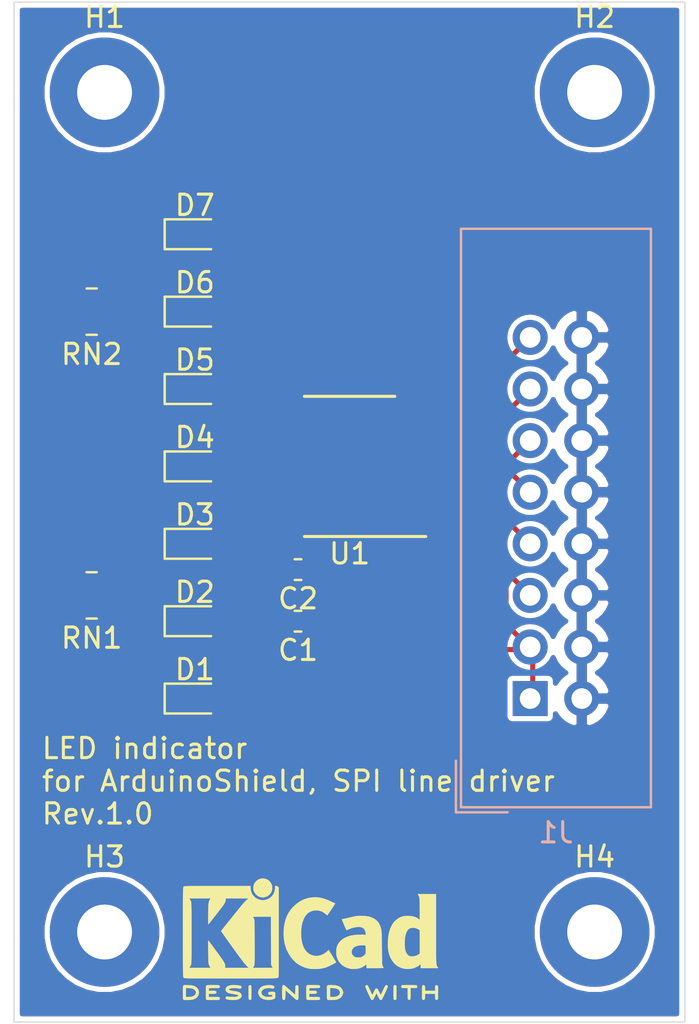
<source format=kicad_pcb>
(kicad_pcb (version 20171130) (host pcbnew "(5.1.2)-1")

  (general
    (thickness 1.6)
    (drawings 5)
    (tracks 81)
    (zones 0)
    (modules 18)
    (nets 24)
  )

  (page A4)
  (title_block
    (title "LED indicator board")
    (date 2020-08-14)
    (rev 1.0)
    (company "RbSr QuSim")
    (comment 1 "compatible with ArduinoShield Rev3.1 and higher")
    (comment 2 "Design by: L. Reichsöllner for RbSr QuSim (UvA)")
    (comment 3 "project: MFC (lvl3 Magnetic field stabilization)")
    (comment 4 "LED-indicator adapter for use with ArduinoShield Rev.3.0 and higher")
  )

  (layers
    (0 F.Cu signal)
    (31 B.Cu signal)
    (32 B.Adhes user)
    (33 F.Adhes user)
    (34 B.Paste user)
    (35 F.Paste user)
    (36 B.SilkS user)
    (37 F.SilkS user)
    (38 B.Mask user)
    (39 F.Mask user)
    (40 Dwgs.User user)
    (41 Cmts.User user)
    (42 Eco1.User user)
    (43 Eco2.User user)
    (44 Edge.Cuts user)
    (45 Margin user)
    (46 B.CrtYd user)
    (47 F.CrtYd user)
    (48 B.Fab user)
    (49 F.Fab user)
  )

  (setup
    (last_trace_width 0.25)
    (trace_clearance 0.2)
    (zone_clearance 0.508)
    (zone_45_only no)
    (trace_min 0.2)
    (via_size 0.8)
    (via_drill 0.4)
    (via_min_size 0.4)
    (via_min_drill 0.3)
    (uvia_size 0.3)
    (uvia_drill 0.1)
    (uvias_allowed no)
    (uvia_min_size 0.2)
    (uvia_min_drill 0.1)
    (edge_width 0.05)
    (segment_width 0.2)
    (pcb_text_width 0.3)
    (pcb_text_size 1.5 1.5)
    (mod_edge_width 0.12)
    (mod_text_size 1 1)
    (mod_text_width 0.15)
    (pad_size 5.4 5.4)
    (pad_drill 2.7)
    (pad_to_mask_clearance 0.051)
    (solder_mask_min_width 0.25)
    (aux_axis_origin 0 0)
    (visible_elements 7FFFFFFF)
    (pcbplotparams
      (layerselection 0x3f0ff_ffffffff)
      (usegerberextensions false)
      (usegerberattributes false)
      (usegerberadvancedattributes false)
      (creategerberjobfile false)
      (excludeedgelayer true)
      (linewidth 0.100000)
      (plotframeref false)
      (viasonmask false)
      (mode 1)
      (useauxorigin false)
      (hpglpennumber 1)
      (hpglpenspeed 20)
      (hpglpendiameter 15.000000)
      (psnegative false)
      (psa4output false)
      (plotreference true)
      (plotvalue true)
      (plotinvisibletext false)
      (padsonsilk false)
      (subtractmaskfromsilk false)
      (outputformat 1)
      (mirror false)
      (drillshape 0)
      (scaleselection 1)
      (outputdirectory "FabricatioFiles_MFC-LEDboard_1V0/"))
  )

  (net 0 "")
  (net 1 +3V3)
  (net 2 GND)
  (net 3 "Net-(D1-Pad2)")
  (net 4 "Net-(D1-Pad1)")
  (net 5 "Net-(D2-Pad1)")
  (net 6 "Net-(D2-Pad2)")
  (net 7 "Net-(D3-Pad2)")
  (net 8 "Net-(D3-Pad1)")
  (net 9 "Net-(D4-Pad1)")
  (net 10 "Net-(D4-Pad2)")
  (net 11 "Net-(D5-Pad2)")
  (net 12 "Net-(D5-Pad1)")
  (net 13 "Net-(D6-Pad1)")
  (net 14 "Net-(D6-Pad2)")
  (net 15 "Net-(D7-Pad1)")
  (net 16 "Net-(D7-Pad2)")
  (net 17 /USB)
  (net 18 /WAIT)
  (net 19 /SMPL)
  (net 20 /CMD)
  (net 21 /LOCK)
  (net 22 /ERR)
  (net 23 "Net-(RN2-Pad4)")

  (net_class Default "This is the default net class."
    (clearance 0.2)
    (trace_width 0.25)
    (via_dia 0.8)
    (via_drill 0.4)
    (uvia_dia 0.3)
    (uvia_drill 0.1)
    (add_net +3V3)
    (add_net /CMD)
    (add_net /ERR)
    (add_net /LOCK)
    (add_net /SMPL)
    (add_net /USB)
    (add_net /WAIT)
    (add_net GND)
    (add_net "Net-(D1-Pad1)")
    (add_net "Net-(D1-Pad2)")
    (add_net "Net-(D2-Pad1)")
    (add_net "Net-(D2-Pad2)")
    (add_net "Net-(D3-Pad1)")
    (add_net "Net-(D3-Pad2)")
    (add_net "Net-(D4-Pad1)")
    (add_net "Net-(D4-Pad2)")
    (add_net "Net-(D5-Pad1)")
    (add_net "Net-(D5-Pad2)")
    (add_net "Net-(D6-Pad1)")
    (add_net "Net-(D6-Pad2)")
    (add_net "Net-(D7-Pad1)")
    (add_net "Net-(D7-Pad2)")
    (add_net "Net-(RN2-Pad4)")
  )

  (module Symbol:KiCad-Logo2_5mm_SilkScreen (layer F.Cu) (tedit 0) (tstamp 5F3E7676)
    (at 94.5896 110.8964)
    (descr "KiCad Logo")
    (tags "Logo KiCad")
    (attr virtual)
    (fp_text reference REF** (at 0 -5.08) (layer F.SilkS) hide
      (effects (font (size 1 1) (thickness 0.15)))
    )
    (fp_text value KiCad-Logo2_5mm_SilkScreen (at 1.9812 2.8956) (layer F.Fab) hide
      (effects (font (size 1 1) (thickness 0.15)))
    )
    (fp_poly (pts (xy -2.9464 -2.510946) (xy -2.935535 -2.397007) (xy -2.903918 -2.289384) (xy -2.853015 -2.190385)
      (xy -2.784293 -2.102316) (xy -2.699219 -2.027484) (xy -2.602232 -1.969616) (xy -2.495964 -1.929995)
      (xy -2.38895 -1.911427) (xy -2.2833 -1.912566) (xy -2.181125 -1.93207) (xy -2.084534 -1.968594)
      (xy -1.995638 -2.020795) (xy -1.916546 -2.087327) (xy -1.849369 -2.166848) (xy -1.796217 -2.258013)
      (xy -1.759199 -2.359477) (xy -1.740427 -2.469898) (xy -1.738489 -2.519794) (xy -1.738489 -2.607733)
      (xy -1.68656 -2.607733) (xy -1.650253 -2.604889) (xy -1.623355 -2.593089) (xy -1.596249 -2.569351)
      (xy -1.557867 -2.530969) (xy -1.557867 -0.339398) (xy -1.557876 -0.077261) (xy -1.557908 0.163241)
      (xy -1.557972 0.383048) (xy -1.558076 0.583101) (xy -1.558227 0.764344) (xy -1.558434 0.927716)
      (xy -1.558706 1.07416) (xy -1.55905 1.204617) (xy -1.559474 1.320029) (xy -1.559987 1.421338)
      (xy -1.560597 1.509484) (xy -1.561312 1.58541) (xy -1.56214 1.650057) (xy -1.563089 1.704367)
      (xy -1.564167 1.74928) (xy -1.565383 1.78574) (xy -1.566745 1.814687) (xy -1.568261 1.837063)
      (xy -1.569938 1.853809) (xy -1.571786 1.865868) (xy -1.573813 1.87418) (xy -1.576025 1.879687)
      (xy -1.577108 1.881537) (xy -1.581271 1.888549) (xy -1.584805 1.894996) (xy -1.588635 1.9009)
      (xy -1.593682 1.906286) (xy -1.600871 1.911178) (xy -1.611123 1.915598) (xy -1.625364 1.919572)
      (xy -1.644514 1.923121) (xy -1.669499 1.92627) (xy -1.70124 1.929042) (xy -1.740662 1.931461)
      (xy -1.788686 1.933551) (xy -1.846237 1.935335) (xy -1.914237 1.936837) (xy -1.99361 1.93808)
      (xy -2.085279 1.939089) (xy -2.190166 1.939885) (xy -2.309196 1.940494) (xy -2.44329 1.940939)
      (xy -2.593373 1.941243) (xy -2.760367 1.94143) (xy -2.945196 1.941524) (xy -3.148783 1.941548)
      (xy -3.37205 1.941525) (xy -3.615922 1.94148) (xy -3.881321 1.941437) (xy -3.919704 1.941432)
      (xy -4.186682 1.941389) (xy -4.432002 1.941318) (xy -4.656583 1.941213) (xy -4.861345 1.941066)
      (xy -5.047206 1.940869) (xy -5.215088 1.940616) (xy -5.365908 1.9403) (xy -5.500587 1.939913)
      (xy -5.620044 1.939447) (xy -5.725199 1.938897) (xy -5.816971 1.938253) (xy -5.896279 1.937511)
      (xy -5.964043 1.936661) (xy -6.021182 1.935697) (xy -6.068617 1.934611) (xy -6.107266 1.933397)
      (xy -6.138049 1.932047) (xy -6.161885 1.930555) (xy -6.179694 1.928911) (xy -6.192395 1.927111)
      (xy -6.200908 1.925145) (xy -6.205266 1.923477) (xy -6.213728 1.919906) (xy -6.221497 1.91727)
      (xy -6.228602 1.914634) (xy -6.235073 1.911062) (xy -6.240939 1.905621) (xy -6.246229 1.897375)
      (xy -6.250974 1.88539) (xy -6.255202 1.868731) (xy -6.258943 1.846463) (xy -6.262227 1.817652)
      (xy -6.265083 1.781363) (xy -6.26754 1.736661) (xy -6.269629 1.682611) (xy -6.271378 1.618279)
      (xy -6.272817 1.54273) (xy -6.273976 1.45503) (xy -6.274883 1.354243) (xy -6.275569 1.239434)
      (xy -6.276063 1.10967) (xy -6.276395 0.964015) (xy -6.276593 0.801535) (xy -6.276687 0.621295)
      (xy -6.276708 0.42236) (xy -6.276685 0.203796) (xy -6.276646 -0.035332) (xy -6.276622 -0.29596)
      (xy -6.276622 -0.338111) (xy -6.276636 -0.601008) (xy -6.276661 -0.842268) (xy -6.276671 -1.062835)
      (xy -6.276642 -1.263648) (xy -6.276548 -1.445651) (xy -6.276362 -1.609784) (xy -6.276059 -1.756989)
      (xy -6.275614 -1.888208) (xy -6.275034 -1.998133) (xy -5.972197 -1.998133) (xy -5.932407 -1.940289)
      (xy -5.921236 -1.924521) (xy -5.911166 -1.910559) (xy -5.902138 -1.897216) (xy -5.894097 -1.883307)
      (xy -5.886986 -1.867644) (xy -5.880747 -1.849042) (xy -5.875325 -1.826314) (xy -5.870662 -1.798273)
      (xy -5.866701 -1.763733) (xy -5.863385 -1.721508) (xy -5.860659 -1.670411) (xy -5.858464 -1.609256)
      (xy -5.856745 -1.536856) (xy -5.855444 -1.452025) (xy -5.854505 -1.353578) (xy -5.85387 -1.240326)
      (xy -5.853484 -1.111084) (xy -5.853288 -0.964666) (xy -5.853227 -0.799884) (xy -5.853243 -0.615553)
      (xy -5.85328 -0.410487) (xy -5.853289 -0.287867) (xy -5.853265 -0.070918) (xy -5.853231 0.124642)
      (xy -5.853243 0.299999) (xy -5.853358 0.456341) (xy -5.85363 0.594857) (xy -5.854118 0.716734)
      (xy -5.854876 0.82316) (xy -5.855962 0.915322) (xy -5.857431 0.994409) (xy -5.85934 1.061608)
      (xy -5.861744 1.118107) (xy -5.864701 1.165093) (xy -5.868266 1.203755) (xy -5.872495 1.23528)
      (xy -5.877446 1.260855) (xy -5.883173 1.28167) (xy -5.889733 1.298911) (xy -5.897183 1.313765)
      (xy -5.905579 1.327422) (xy -5.914976 1.341069) (xy -5.925432 1.355893) (xy -5.931523 1.364783)
      (xy -5.970296 1.4224) (xy -5.438732 1.4224) (xy -5.315483 1.422365) (xy -5.212987 1.422215)
      (xy -5.12942 1.421878) (xy -5.062956 1.421286) (xy -5.011771 1.420367) (xy -4.974041 1.419051)
      (xy -4.94794 1.417269) (xy -4.931644 1.414951) (xy -4.923328 1.412026) (xy -4.921168 1.408424)
      (xy -4.923339 1.404075) (xy -4.924535 1.402645) (xy -4.949685 1.365573) (xy -4.975583 1.312772)
      (xy -4.999192 1.25077) (xy -5.007461 1.224357) (xy -5.012078 1.206416) (xy -5.015979 1.185355)
      (xy -5.019248 1.159089) (xy -5.021966 1.125532) (xy -5.024215 1.082599) (xy -5.026077 1.028204)
      (xy -5.027636 0.960262) (xy -5.028972 0.876688) (xy -5.030169 0.775395) (xy -5.031308 0.6543)
      (xy -5.031685 0.6096) (xy -5.032702 0.484449) (xy -5.03346 0.380082) (xy -5.033903 0.294707)
      (xy -5.03397 0.226533) (xy -5.033605 0.173765) (xy -5.032748 0.134614) (xy -5.031341 0.107285)
      (xy -5.029325 0.089986) (xy -5.026643 0.080926) (xy -5.023236 0.078312) (xy -5.019044 0.080351)
      (xy -5.014571 0.084667) (xy -5.004216 0.097602) (xy -4.982158 0.126676) (xy -4.949957 0.169759)
      (xy -4.909174 0.224718) (xy -4.86137 0.289423) (xy -4.808105 0.361742) (xy -4.75094 0.439544)
      (xy -4.691437 0.520698) (xy -4.631155 0.603072) (xy -4.571655 0.684536) (xy -4.514498 0.762957)
      (xy -4.461245 0.836204) (xy -4.413457 0.902147) (xy -4.372693 0.958654) (xy -4.340516 1.003593)
      (xy -4.318485 1.034834) (xy -4.313917 1.041466) (xy -4.290996 1.078369) (xy -4.264188 1.126359)
      (xy -4.238789 1.175897) (xy -4.235568 1.182577) (xy -4.21389 1.230772) (xy -4.201304 1.268334)
      (xy -4.195574 1.30416) (xy -4.194456 1.3462) (xy -4.19509 1.4224) (xy -3.040651 1.4224)
      (xy -3.131815 1.328669) (xy -3.178612 1.278775) (xy -3.228899 1.222295) (xy -3.274944 1.168026)
      (xy -3.295369 1.142673) (xy -3.325807 1.103128) (xy -3.365862 1.049916) (xy -3.414361 0.984667)
      (xy -3.470135 0.909011) (xy -3.532011 0.824577) (xy -3.598819 0.732994) (xy -3.669387 0.635892)
      (xy -3.742545 0.534901) (xy -3.817121 0.43165) (xy -3.891944 0.327768) (xy -3.965843 0.224885)
      (xy -4.037646 0.124631) (xy -4.106184 0.028636) (xy -4.170284 -0.061473) (xy -4.228775 -0.144064)
      (xy -4.280486 -0.217508) (xy -4.324247 -0.280176) (xy -4.358885 -0.330439) (xy -4.38323 -0.366666)
      (xy -4.396111 -0.387229) (xy -4.397869 -0.391332) (xy -4.38991 -0.402658) (xy -4.369115 -0.429838)
      (xy -4.336847 -0.471171) (xy -4.29447 -0.524956) (xy -4.243347 -0.589494) (xy -4.184841 -0.663082)
      (xy -4.120314 -0.744022) (xy -4.051131 -0.830612) (xy -3.978653 -0.921152) (xy -3.904246 -1.01394)
      (xy -3.844517 -1.088298) (xy -2.833511 -1.088298) (xy -2.827602 -1.075341) (xy -2.813272 -1.053092)
      (xy -2.812225 -1.051609) (xy -2.793438 -1.021456) (xy -2.773791 -0.984625) (xy -2.769892 -0.976489)
      (xy -2.766356 -0.96806) (xy -2.76323 -0.957941) (xy -2.760486 -0.94474) (xy -2.758092 -0.927062)
      (xy -2.756019 -0.903516) (xy -2.754235 -0.872707) (xy -2.752712 -0.833243) (xy -2.751419 -0.783731)
      (xy -2.750326 -0.722777) (xy -2.749403 -0.648989) (xy -2.748619 -0.560972) (xy -2.747945 -0.457335)
      (xy -2.74735 -0.336684) (xy -2.746805 -0.197626) (xy -2.746279 -0.038768) (xy -2.745745 0.140089)
      (xy -2.745206 0.325207) (xy -2.744772 0.489145) (xy -2.744509 0.633303) (xy -2.744484 0.759079)
      (xy -2.744765 0.867871) (xy -2.745419 0.961077) (xy -2.746514 1.040097) (xy -2.748118 1.106328)
      (xy -2.750297 1.16117) (xy -2.753119 1.206021) (xy -2.756651 1.242278) (xy -2.760961 1.271341)
      (xy -2.766117 1.294609) (xy -2.772185 1.313479) (xy -2.779233 1.329351) (xy -2.787329 1.343622)
      (xy -2.79654 1.357691) (xy -2.80504 1.370158) (xy -2.822176 1.396452) (xy -2.832322 1.414037)
      (xy -2.833511 1.417257) (xy -2.822604 1.418334) (xy -2.791411 1.419335) (xy -2.742223 1.420235)
      (xy -2.677333 1.42101) (xy -2.59903 1.421637) (xy -2.509607 1.422091) (xy -2.411356 1.422349)
      (xy -2.342445 1.4224) (xy -2.237452 1.42218) (xy -2.14061 1.421548) (xy -2.054107 1.420549)
      (xy -1.980132 1.419227) (xy -1.920874 1.417626) (xy -1.87852 1.415791) (xy -1.85526 1.413765)
      (xy -1.851378 1.412493) (xy -1.859076 1.397591) (xy -1.867074 1.38956) (xy -1.880246 1.372434)
      (xy -1.897485 1.342183) (xy -1.909407 1.317622) (xy -1.936045 1.258711) (xy -1.93912 0.081845)
      (xy -1.942195 -1.095022) (xy -2.387853 -1.095022) (xy -2.48567 -1.094858) (xy -2.576064 -1.094389)
      (xy -2.65663 -1.093653) (xy -2.724962 -1.092684) (xy -2.778656 -1.09152) (xy -2.815305 -1.090197)
      (xy -2.832504 -1.088751) (xy -2.833511 -1.088298) (xy -3.844517 -1.088298) (xy -3.82927 -1.107278)
      (xy -3.75509 -1.199463) (xy -3.683069 -1.288796) (xy -3.614569 -1.373576) (xy -3.550955 -1.452102)
      (xy -3.493588 -1.522674) (xy -3.443833 -1.583591) (xy -3.403052 -1.633153) (xy -3.385888 -1.653822)
      (xy -3.299596 -1.754484) (xy -3.222997 -1.837741) (xy -3.154183 -1.905562) (xy -3.091248 -1.959911)
      (xy -3.081867 -1.967278) (xy -3.042356 -1.997883) (xy -4.174116 -1.998133) (xy -4.168827 -1.950156)
      (xy -4.17213 -1.892812) (xy -4.193661 -1.824537) (xy -4.233635 -1.744788) (xy -4.278943 -1.672505)
      (xy -4.295161 -1.64986) (xy -4.323214 -1.612304) (xy -4.36143 -1.561979) (xy -4.408137 -1.501027)
      (xy -4.461661 -1.431589) (xy -4.520331 -1.355806) (xy -4.582475 -1.27582) (xy -4.646421 -1.193772)
      (xy -4.710495 -1.111804) (xy -4.773027 -1.032057) (xy -4.832343 -0.956673) (xy -4.886771 -0.887793)
      (xy -4.934639 -0.827558) (xy -4.974275 -0.778111) (xy -5.004006 -0.741592) (xy -5.022161 -0.720142)
      (xy -5.02522 -0.716844) (xy -5.028079 -0.724851) (xy -5.030293 -0.755145) (xy -5.031857 -0.807444)
      (xy -5.032767 -0.881469) (xy -5.03302 -0.976937) (xy -5.032613 -1.093566) (xy -5.031704 -1.213555)
      (xy -5.030382 -1.345667) (xy -5.028857 -1.457406) (xy -5.026881 -1.550975) (xy -5.024206 -1.628581)
      (xy -5.020582 -1.692426) (xy -5.015761 -1.744717) (xy -5.009494 -1.787656) (xy -5.001532 -1.823449)
      (xy -4.991627 -1.8543) (xy -4.979531 -1.882414) (xy -4.964993 -1.909995) (xy -4.950311 -1.935034)
      (xy -4.912314 -1.998133) (xy -5.972197 -1.998133) (xy -6.275034 -1.998133) (xy -6.275001 -2.004383)
      (xy -6.274195 -2.106456) (xy -6.27317 -2.195367) (xy -6.2719 -2.272059) (xy -6.27036 -2.337473)
      (xy -6.268524 -2.392551) (xy -6.266367 -2.438235) (xy -6.263863 -2.475466) (xy -6.260987 -2.505187)
      (xy -6.257713 -2.528338) (xy -6.254015 -2.545861) (xy -6.249869 -2.558699) (xy -6.245247 -2.567792)
      (xy -6.240126 -2.574082) (xy -6.234478 -2.578512) (xy -6.228279 -2.582022) (xy -6.221504 -2.585555)
      (xy -6.215508 -2.589124) (xy -6.210275 -2.5917) (xy -6.202099 -2.594028) (xy -6.189886 -2.596122)
      (xy -6.172541 -2.597993) (xy -6.148969 -2.599653) (xy -6.118077 -2.601116) (xy -6.078768 -2.602392)
      (xy -6.02995 -2.603496) (xy -5.970527 -2.604439) (xy -5.899404 -2.605233) (xy -5.815488 -2.605891)
      (xy -5.717683 -2.606425) (xy -5.604894 -2.606847) (xy -5.476029 -2.607171) (xy -5.329991 -2.607408)
      (xy -5.165686 -2.60757) (xy -4.98202 -2.60767) (xy -4.777897 -2.60772) (xy -4.566753 -2.607733)
      (xy -2.9464 -2.607733) (xy -2.9464 -2.510946)) (layer F.SilkS) (width 0.01))
    (fp_poly (pts (xy 0.328429 -2.050929) (xy 0.48857 -2.029755) (xy 0.65251 -1.989615) (xy 0.822313 -1.930111)
      (xy 1.000043 -1.850846) (xy 1.01131 -1.845301) (xy 1.069005 -1.817275) (xy 1.120552 -1.793198)
      (xy 1.162191 -1.774751) (xy 1.190162 -1.763614) (xy 1.199733 -1.761067) (xy 1.21895 -1.756059)
      (xy 1.223561 -1.751853) (xy 1.218458 -1.74142) (xy 1.202418 -1.715132) (xy 1.177288 -1.675743)
      (xy 1.144914 -1.626009) (xy 1.107143 -1.568685) (xy 1.065822 -1.506524) (xy 1.022798 -1.442282)
      (xy 0.979917 -1.378715) (xy 0.939026 -1.318575) (xy 0.901971 -1.26462) (xy 0.8706 -1.219603)
      (xy 0.846759 -1.186279) (xy 0.832294 -1.167403) (xy 0.830309 -1.165213) (xy 0.820191 -1.169862)
      (xy 0.79785 -1.187038) (xy 0.76728 -1.21356) (xy 0.751536 -1.228036) (xy 0.655047 -1.303318)
      (xy 0.548336 -1.358759) (xy 0.432832 -1.393859) (xy 0.309962 -1.40812) (xy 0.240561 -1.406949)
      (xy 0.119423 -1.389788) (xy 0.010205 -1.353906) (xy -0.087418 -1.299041) (xy -0.173772 -1.22493)
      (xy -0.249185 -1.131312) (xy -0.313982 -1.017924) (xy -0.351399 -0.931333) (xy -0.395252 -0.795634)
      (xy -0.427572 -0.64815) (xy -0.448443 -0.492686) (xy -0.457949 -0.333044) (xy -0.456173 -0.173027)
      (xy -0.443197 -0.016439) (xy -0.419106 0.132918) (xy -0.383982 0.27124) (xy -0.337908 0.394724)
      (xy -0.321627 0.428978) (xy -0.25338 0.543064) (xy -0.172921 0.639557) (xy -0.08143 0.71767)
      (xy 0.019911 0.776617) (xy 0.12992 0.815612) (xy 0.247415 0.833868) (xy 0.288883 0.835211)
      (xy 0.410441 0.82429) (xy 0.530878 0.791474) (xy 0.648666 0.737439) (xy 0.762277 0.662865)
      (xy 0.853685 0.584539) (xy 0.900215 0.540008) (xy 1.081483 0.837271) (xy 1.12658 0.911433)
      (xy 1.167819 0.979646) (xy 1.203735 1.039459) (xy 1.232866 1.08842) (xy 1.25375 1.124079)
      (xy 1.264924 1.143984) (xy 1.266375 1.147079) (xy 1.258146 1.156718) (xy 1.232567 1.173999)
      (xy 1.192873 1.197283) (xy 1.142297 1.224934) (xy 1.084074 1.255315) (xy 1.021437 1.28679)
      (xy 0.957621 1.317722) (xy 0.89586 1.346473) (xy 0.839388 1.371408) (xy 0.791438 1.390889)
      (xy 0.767986 1.399318) (xy 0.634221 1.437133) (xy 0.496327 1.462136) (xy 0.348622 1.47514)
      (xy 0.221833 1.477468) (xy 0.153878 1.476373) (xy 0.088277 1.474275) (xy 0.030847 1.471434)
      (xy -0.012597 1.468106) (xy -0.026702 1.466422) (xy -0.165716 1.437587) (xy -0.307243 1.392468)
      (xy -0.444725 1.33375) (xy -0.571606 1.26412) (xy -0.649111 1.211441) (xy -0.776519 1.103239)
      (xy -0.894822 0.976671) (xy -1.001828 0.834866) (xy -1.095348 0.680951) (xy -1.17319 0.518053)
      (xy -1.217044 0.400756) (xy -1.267292 0.217128) (xy -1.300791 0.022581) (xy -1.317551 -0.178675)
      (xy -1.317584 -0.382432) (xy -1.300899 -0.584479) (xy -1.267507 -0.780608) (xy -1.21742 -0.966609)
      (xy -1.213603 -0.978197) (xy -1.150719 -1.14025) (xy -1.073972 -1.288168) (xy -0.980758 -1.426135)
      (xy -0.868473 -1.558339) (xy -0.824608 -1.603601) (xy -0.688466 -1.727543) (xy -0.548509 -1.830085)
      (xy -0.402589 -1.912344) (xy -0.248558 -1.975436) (xy -0.084268 -2.020477) (xy 0.011289 -2.037967)
      (xy 0.170023 -2.053534) (xy 0.328429 -2.050929)) (layer F.SilkS) (width 0.01))
    (fp_poly (pts (xy 2.673574 -1.133448) (xy 2.825492 -1.113433) (xy 2.960756 -1.079798) (xy 3.080239 -1.032275)
      (xy 3.184815 -0.970595) (xy 3.262424 -0.907035) (xy 3.331265 -0.832901) (xy 3.385006 -0.753129)
      (xy 3.42791 -0.660909) (xy 3.443384 -0.617839) (xy 3.456244 -0.578858) (xy 3.467446 -0.542711)
      (xy 3.47712 -0.507566) (xy 3.485396 -0.47159) (xy 3.492403 -0.43295) (xy 3.498272 -0.389815)
      (xy 3.503131 -0.340351) (xy 3.50711 -0.282727) (xy 3.51034 -0.215109) (xy 3.512949 -0.135666)
      (xy 3.515067 -0.042564) (xy 3.516824 0.066027) (xy 3.518349 0.191942) (xy 3.519772 0.337012)
      (xy 3.521025 0.479778) (xy 3.522351 0.635968) (xy 3.523556 0.771239) (xy 3.524766 0.887246)
      (xy 3.526106 0.985645) (xy 3.5277 1.068093) (xy 3.529675 1.136246) (xy 3.532156 1.19176)
      (xy 3.535269 1.236292) (xy 3.539138 1.271498) (xy 3.543889 1.299034) (xy 3.549648 1.320556)
      (xy 3.556539 1.337722) (xy 3.564689 1.352186) (xy 3.574223 1.365606) (xy 3.585266 1.379638)
      (xy 3.589566 1.385071) (xy 3.605386 1.40791) (xy 3.612422 1.423463) (xy 3.612444 1.423922)
      (xy 3.601567 1.426121) (xy 3.570582 1.428147) (xy 3.521957 1.429942) (xy 3.458163 1.431451)
      (xy 3.381669 1.432616) (xy 3.294944 1.43338) (xy 3.200457 1.433686) (xy 3.18955 1.433689)
      (xy 2.766657 1.433689) (xy 2.763395 1.337622) (xy 2.760133 1.241556) (xy 2.698044 1.292543)
      (xy 2.600714 1.360057) (xy 2.490813 1.414749) (xy 2.404349 1.444978) (xy 2.335278 1.459666)
      (xy 2.251925 1.469659) (xy 2.162159 1.474646) (xy 2.073845 1.474313) (xy 1.994851 1.468351)
      (xy 1.958622 1.462638) (xy 1.818603 1.424776) (xy 1.692178 1.369932) (xy 1.58026 1.298924)
      (xy 1.483762 1.212568) (xy 1.4036 1.111679) (xy 1.340687 0.997076) (xy 1.296312 0.870984)
      (xy 1.283978 0.814401) (xy 1.276368 0.752202) (xy 1.272739 0.677363) (xy 1.272245 0.643467)
      (xy 1.27231 0.640282) (xy 2.032248 0.640282) (xy 2.041541 0.715333) (xy 2.069728 0.77916)
      (xy 2.118197 0.834798) (xy 2.123254 0.839211) (xy 2.171548 0.874037) (xy 2.223257 0.89662)
      (xy 2.283989 0.90854) (xy 2.359352 0.911383) (xy 2.377459 0.910978) (xy 2.431278 0.908325)
      (xy 2.471308 0.902909) (xy 2.506324 0.892745) (xy 2.545103 0.87585) (xy 2.555745 0.870672)
      (xy 2.616396 0.834844) (xy 2.663215 0.792212) (xy 2.675952 0.776973) (xy 2.720622 0.720462)
      (xy 2.720622 0.524586) (xy 2.720086 0.445939) (xy 2.718396 0.387988) (xy 2.715428 0.348875)
      (xy 2.711057 0.326741) (xy 2.706972 0.320274) (xy 2.691047 0.317111) (xy 2.657264 0.314488)
      (xy 2.61034 0.312655) (xy 2.554993 0.311857) (xy 2.546106 0.311842) (xy 2.42533 0.317096)
      (xy 2.32266 0.333263) (xy 2.236106 0.360961) (xy 2.163681 0.400808) (xy 2.108751 0.447758)
      (xy 2.064204 0.505645) (xy 2.03948 0.568693) (xy 2.032248 0.640282) (xy 1.27231 0.640282)
      (xy 1.274178 0.549712) (xy 1.282522 0.470812) (xy 1.298768 0.39959) (xy 1.324405 0.328864)
      (xy 1.348401 0.276493) (xy 1.40702 0.181196) (xy 1.485117 0.09317) (xy 1.580315 0.014017)
      (xy 1.690238 -0.05466) (xy 1.81251 -0.111259) (xy 1.944755 -0.154179) (xy 2.009422 -0.169118)
      (xy 2.145604 -0.191223) (xy 2.294049 -0.205806) (xy 2.445505 -0.212187) (xy 2.572064 -0.210555)
      (xy 2.73395 -0.203776) (xy 2.72653 -0.262755) (xy 2.707238 -0.361908) (xy 2.676104 -0.442628)
      (xy 2.632269 -0.505534) (xy 2.574871 -0.551244) (xy 2.503048 -0.580378) (xy 2.415941 -0.593553)
      (xy 2.312686 -0.591389) (xy 2.274711 -0.587388) (xy 2.13352 -0.56222) (xy 1.996707 -0.521186)
      (xy 1.902178 -0.483185) (xy 1.857018 -0.46381) (xy 1.818585 -0.44824) (xy 1.792234 -0.438595)
      (xy 1.784546 -0.436548) (xy 1.774802 -0.445626) (xy 1.758083 -0.474595) (xy 1.734232 -0.523783)
      (xy 1.703093 -0.593516) (xy 1.664507 -0.684121) (xy 1.65791 -0.699911) (xy 1.627853 -0.772228)
      (xy 1.600874 -0.837575) (xy 1.578136 -0.893094) (xy 1.560806 -0.935928) (xy 1.550048 -0.963219)
      (xy 1.546941 -0.972058) (xy 1.55694 -0.976813) (xy 1.583217 -0.98209) (xy 1.611489 -0.985769)
      (xy 1.641646 -0.990526) (xy 1.689433 -0.999972) (xy 1.750612 -1.01318) (xy 1.820946 -1.029224)
      (xy 1.896194 -1.04718) (xy 1.924755 -1.054203) (xy 2.029816 -1.079791) (xy 2.11748 -1.099853)
      (xy 2.192068 -1.115031) (xy 2.257903 -1.125965) (xy 2.319307 -1.133296) (xy 2.380602 -1.137665)
      (xy 2.44611 -1.139713) (xy 2.504128 -1.140111) (xy 2.673574 -1.133448)) (layer F.SilkS) (width 0.01))
    (fp_poly (pts (xy 6.186507 -0.527755) (xy 6.186526 -0.293338) (xy 6.186552 -0.080397) (xy 6.186625 0.112168)
      (xy 6.186782 0.285459) (xy 6.187064 0.440576) (xy 6.187509 0.57862) (xy 6.188156 0.700692)
      (xy 6.189045 0.807894) (xy 6.190213 0.901326) (xy 6.191701 0.98209) (xy 6.193546 1.051286)
      (xy 6.195789 1.110015) (xy 6.198469 1.159379) (xy 6.201623 1.200478) (xy 6.205292 1.234413)
      (xy 6.209513 1.262286) (xy 6.214327 1.285198) (xy 6.219773 1.304249) (xy 6.225888 1.32054)
      (xy 6.232712 1.335173) (xy 6.240285 1.349249) (xy 6.248645 1.363868) (xy 6.253839 1.372974)
      (xy 6.288104 1.433689) (xy 5.429955 1.433689) (xy 5.429955 1.337733) (xy 5.429224 1.29437)
      (xy 5.427272 1.261205) (xy 5.424463 1.243424) (xy 5.423221 1.241778) (xy 5.411799 1.248662)
      (xy 5.389084 1.266505) (xy 5.366385 1.285879) (xy 5.3118 1.326614) (xy 5.242321 1.367617)
      (xy 5.16527 1.405123) (xy 5.087965 1.435364) (xy 5.057113 1.445012) (xy 4.988616 1.459578)
      (xy 4.905764 1.469539) (xy 4.816371 1.474583) (xy 4.728248 1.474396) (xy 4.649207 1.468666)
      (xy 4.611511 1.462858) (xy 4.473414 1.424797) (xy 4.346113 1.367073) (xy 4.230292 1.290211)
      (xy 4.126637 1.194739) (xy 4.035833 1.081179) (xy 3.969031 0.970381) (xy 3.914164 0.853625)
      (xy 3.872163 0.734276) (xy 3.842167 0.608283) (xy 3.823311 0.471594) (xy 3.814732 0.320158)
      (xy 3.814006 0.242711) (xy 3.8161 0.185934) (xy 4.645217 0.185934) (xy 4.645424 0.279002)
      (xy 4.648337 0.366692) (xy 4.654 0.443772) (xy 4.662455 0.505009) (xy 4.665038 0.51735)
      (xy 4.69684 0.624633) (xy 4.738498 0.711658) (xy 4.790363 0.778642) (xy 4.852781 0.825805)
      (xy 4.9261 0.853365) (xy 5.010669 0.861541) (xy 5.106835 0.850551) (xy 5.170311 0.834829)
      (xy 5.219454 0.816639) (xy 5.273583 0.790791) (xy 5.314244 0.767089) (xy 5.3848 0.720721)
      (xy 5.3848 -0.42947) (xy 5.317392 -0.473038) (xy 5.238867 -0.51396) (xy 5.154681 -0.540611)
      (xy 5.069557 -0.552535) (xy 4.988216 -0.549278) (xy 4.91538 -0.530385) (xy 4.883426 -0.514816)
      (xy 4.825501 -0.471819) (xy 4.776544 -0.415047) (xy 4.73539 -0.342425) (xy 4.700874 -0.251879)
      (xy 4.671833 -0.141334) (xy 4.670552 -0.135467) (xy 4.660381 -0.073212) (xy 4.652739 0.004594)
      (xy 4.64767 0.09272) (xy 4.645217 0.185934) (xy 3.8161 0.185934) (xy 3.821857 0.029895)
      (xy 3.843802 -0.165941) (xy 3.879786 -0.344668) (xy 3.929759 -0.506155) (xy 3.993668 -0.650274)
      (xy 4.071462 -0.776894) (xy 4.163089 -0.885885) (xy 4.268497 -0.977117) (xy 4.313662 -1.008068)
      (xy 4.414611 -1.064215) (xy 4.517901 -1.103826) (xy 4.627989 -1.127986) (xy 4.74933 -1.137781)
      (xy 4.841836 -1.136735) (xy 4.97149 -1.125769) (xy 5.084084 -1.103954) (xy 5.182875 -1.070286)
      (xy 5.271121 -1.023764) (xy 5.319986 -0.989552) (xy 5.349353 -0.967638) (xy 5.371043 -0.952667)
      (xy 5.379253 -0.948267) (xy 5.380868 -0.959096) (xy 5.382159 -0.989749) (xy 5.383138 -1.037474)
      (xy 5.383817 -1.099521) (xy 5.38421 -1.173138) (xy 5.38433 -1.255573) (xy 5.384188 -1.344075)
      (xy 5.383797 -1.435893) (xy 5.383171 -1.528276) (xy 5.38232 -1.618472) (xy 5.38126 -1.703729)
      (xy 5.380001 -1.781297) (xy 5.378556 -1.848424) (xy 5.376938 -1.902359) (xy 5.375161 -1.94035)
      (xy 5.374669 -1.947333) (xy 5.367092 -2.017749) (xy 5.355531 -2.072898) (xy 5.337792 -2.120019)
      (xy 5.311682 -2.166353) (xy 5.305415 -2.175933) (xy 5.280983 -2.212622) (xy 6.186311 -2.212622)
      (xy 6.186507 -0.527755)) (layer F.SilkS) (width 0.01))
    (fp_poly (pts (xy -2.273043 -2.973429) (xy -2.176768 -2.949191) (xy -2.090184 -2.906359) (xy -2.015373 -2.846581)
      (xy -1.954418 -2.771506) (xy -1.909399 -2.68278) (xy -1.883136 -2.58647) (xy -1.877286 -2.489205)
      (xy -1.89214 -2.395346) (xy -1.92584 -2.307489) (xy -1.976528 -2.22823) (xy -2.042345 -2.160164)
      (xy -2.121434 -2.105888) (xy -2.211934 -2.067998) (xy -2.2632 -2.055574) (xy -2.307698 -2.048053)
      (xy -2.341999 -2.045081) (xy -2.37496 -2.046906) (xy -2.415434 -2.053775) (xy -2.448531 -2.06075)
      (xy -2.541947 -2.092259) (xy -2.625619 -2.143383) (xy -2.697665 -2.212571) (xy -2.7562 -2.298272)
      (xy -2.770148 -2.325511) (xy -2.786586 -2.361878) (xy -2.796894 -2.392418) (xy -2.80246 -2.42455)
      (xy -2.804669 -2.465693) (xy -2.804948 -2.511778) (xy -2.800861 -2.596135) (xy -2.787446 -2.665414)
      (xy -2.762256 -2.726039) (xy -2.722846 -2.784433) (xy -2.684298 -2.828698) (xy -2.612406 -2.894516)
      (xy -2.537313 -2.939947) (xy -2.454562 -2.96715) (xy -2.376928 -2.977424) (xy -2.273043 -2.973429)) (layer F.SilkS) (width 0.01))
    (fp_poly (pts (xy -6.121371 2.269066) (xy -6.081889 2.269467) (xy -5.9662 2.272259) (xy -5.869311 2.28055)
      (xy -5.787919 2.295232) (xy -5.718723 2.317193) (xy -5.65842 2.347322) (xy -5.603708 2.38651)
      (xy -5.584167 2.403532) (xy -5.55175 2.443363) (xy -5.52252 2.497413) (xy -5.499991 2.557323)
      (xy -5.487679 2.614739) (xy -5.4864 2.635956) (xy -5.494417 2.694769) (xy -5.515899 2.759013)
      (xy -5.546999 2.819821) (xy -5.583866 2.86833) (xy -5.589854 2.874182) (xy -5.640579 2.915321)
      (xy -5.696125 2.947435) (xy -5.759696 2.971365) (xy -5.834494 2.987953) (xy -5.923722 2.998041)
      (xy -6.030582 3.002469) (xy -6.079528 3.002845) (xy -6.141762 3.002545) (xy -6.185528 3.001292)
      (xy -6.214931 2.998554) (xy -6.234079 2.993801) (xy -6.247077 2.986501) (xy -6.254045 2.980267)
      (xy -6.260626 2.972694) (xy -6.265788 2.962924) (xy -6.269703 2.94834) (xy -6.272543 2.926326)
      (xy -6.27448 2.894264) (xy -6.275684 2.849536) (xy -6.276328 2.789526) (xy -6.276583 2.711617)
      (xy -6.276622 2.635956) (xy -6.27687 2.535041) (xy -6.276817 2.454427) (xy -6.275857 2.415822)
      (xy -6.129867 2.415822) (xy -6.129867 2.856089) (xy -6.036734 2.856004) (xy -5.980693 2.854396)
      (xy -5.921999 2.850256) (xy -5.873028 2.844464) (xy -5.871538 2.844226) (xy -5.792392 2.82509)
      (xy -5.731002 2.795287) (xy -5.684305 2.752878) (xy -5.654635 2.706961) (xy -5.636353 2.656026)
      (xy -5.637771 2.6082) (xy -5.658988 2.556933) (xy -5.700489 2.503899) (xy -5.757998 2.4646)
      (xy -5.83275 2.438331) (xy -5.882708 2.429035) (xy -5.939416 2.422507) (xy -5.999519 2.417782)
      (xy -6.050639 2.415817) (xy -6.053667 2.415808) (xy -6.129867 2.415822) (xy -6.275857 2.415822)
      (xy -6.27526 2.391851) (xy -6.270998 2.345055) (xy -6.26283 2.311778) (xy -6.249556 2.289759)
      (xy -6.229974 2.276739) (xy -6.202883 2.270457) (xy -6.167082 2.268653) (xy -6.121371 2.269066)) (layer F.SilkS) (width 0.01))
    (fp_poly (pts (xy -4.712794 2.269146) (xy -4.643386 2.269518) (xy -4.590997 2.270385) (xy -4.552847 2.271946)
      (xy -4.526159 2.274403) (xy -4.508153 2.277957) (xy -4.496049 2.28281) (xy -4.487069 2.289161)
      (xy -4.483818 2.292084) (xy -4.464043 2.323142) (xy -4.460482 2.358828) (xy -4.473491 2.39051)
      (xy -4.479506 2.396913) (xy -4.489235 2.403121) (xy -4.504901 2.40791) (xy -4.529408 2.411514)
      (xy -4.565661 2.414164) (xy -4.616565 2.416095) (xy -4.685026 2.417539) (xy -4.747617 2.418418)
      (xy -4.995334 2.421467) (xy -4.998719 2.486378) (xy -5.002105 2.551289) (xy -4.833958 2.551289)
      (xy -4.760959 2.551919) (xy -4.707517 2.554553) (xy -4.670628 2.560309) (xy -4.647288 2.570304)
      (xy -4.634494 2.585656) (xy -4.629242 2.607482) (xy -4.628445 2.627738) (xy -4.630923 2.652592)
      (xy -4.640277 2.670906) (xy -4.659383 2.683637) (xy -4.691118 2.691741) (xy -4.738359 2.696176)
      (xy -4.803983 2.697899) (xy -4.839801 2.698045) (xy -5.000978 2.698045) (xy -5.000978 2.856089)
      (xy -4.752622 2.856089) (xy -4.671213 2.856202) (xy -4.609342 2.856712) (xy -4.563968 2.85787)
      (xy -4.532054 2.85993) (xy -4.510559 2.863146) (xy -4.496443 2.867772) (xy -4.486668 2.874059)
      (xy -4.481689 2.878667) (xy -4.46461 2.90556) (xy -4.459111 2.929467) (xy -4.466963 2.958667)
      (xy -4.481689 2.980267) (xy -4.489546 2.987066) (xy -4.499688 2.992346) (xy -4.514844 2.996298)
      (xy -4.537741 2.999113) (xy -4.571109 3.000982) (xy -4.617675 3.002098) (xy -4.680167 3.002651)
      (xy -4.761314 3.002833) (xy -4.803422 3.002845) (xy -4.893598 3.002765) (xy -4.963924 3.002398)
      (xy -5.017129 3.001552) (xy -5.05594 3.000036) (xy -5.083087 2.997659) (xy -5.101298 2.994229)
      (xy -5.1133 2.989554) (xy -5.121822 2.983444) (xy -5.125156 2.980267) (xy -5.131755 2.97267)
      (xy -5.136927 2.96287) (xy -5.140846 2.948239) (xy -5.143684 2.926152) (xy -5.145615 2.893982)
      (xy -5.146812 2.849103) (xy -5.147448 2.788889) (xy -5.147697 2.710713) (xy -5.147734 2.637923)
      (xy -5.1477 2.544707) (xy -5.147465 2.471431) (xy -5.14683 2.415458) (xy -5.145594 2.374151)
      (xy -5.143556 2.344872) (xy -5.140517 2.324984) (xy -5.136277 2.31185) (xy -5.130635 2.302832)
      (xy -5.123391 2.295293) (xy -5.121606 2.293612) (xy -5.112945 2.286172) (xy -5.102882 2.280409)
      (xy -5.088625 2.276112) (xy -5.067383 2.273064) (xy -5.036364 2.271051) (xy -4.992777 2.26986)
      (xy -4.933831 2.269275) (xy -4.856734 2.269083) (xy -4.802001 2.269067) (xy -4.712794 2.269146)) (layer F.SilkS) (width 0.01))
    (fp_poly (pts (xy -3.691703 2.270351) (xy -3.616888 2.275581) (xy -3.547306 2.28375) (xy -3.487002 2.29455)
      (xy -3.44002 2.307673) (xy -3.410406 2.322813) (xy -3.40586 2.327269) (xy -3.390054 2.36185)
      (xy -3.394847 2.397351) (xy -3.419364 2.427725) (xy -3.420534 2.428596) (xy -3.434954 2.437954)
      (xy -3.450008 2.442876) (xy -3.471005 2.443473) (xy -3.503257 2.439861) (xy -3.552073 2.432154)
      (xy -3.556 2.431505) (xy -3.628739 2.422569) (xy -3.707217 2.418161) (xy -3.785927 2.418119)
      (xy -3.859361 2.422279) (xy -3.922011 2.430479) (xy -3.96837 2.442557) (xy -3.971416 2.443771)
      (xy -4.005048 2.462615) (xy -4.016864 2.481685) (xy -4.007614 2.500439) (xy -3.978047 2.518337)
      (xy -3.928911 2.534837) (xy -3.860957 2.549396) (xy -3.815645 2.556406) (xy -3.721456 2.569889)
      (xy -3.646544 2.582214) (xy -3.587717 2.594449) (xy -3.541785 2.607661) (xy -3.505555 2.622917)
      (xy -3.475838 2.641285) (xy -3.449442 2.663831) (xy -3.42823 2.685971) (xy -3.403065 2.716819)
      (xy -3.390681 2.743345) (xy -3.386808 2.776026) (xy -3.386667 2.787995) (xy -3.389576 2.827712)
      (xy -3.401202 2.857259) (xy -3.421323 2.883486) (xy -3.462216 2.923576) (xy -3.507817 2.954149)
      (xy -3.561513 2.976203) (xy -3.626692 2.990735) (xy -3.706744 2.998741) (xy -3.805057 3.001218)
      (xy -3.821289 3.001177) (xy -3.886849 2.999818) (xy -3.951866 2.99673) (xy -4.009252 2.992356)
      (xy -4.051922 2.98714) (xy -4.055372 2.986541) (xy -4.097796 2.976491) (xy -4.13378 2.963796)
      (xy -4.15415 2.95219) (xy -4.173107 2.921572) (xy -4.174427 2.885918) (xy -4.158085 2.854144)
      (xy -4.154429 2.850551) (xy -4.139315 2.839876) (xy -4.120415 2.835276) (xy -4.091162 2.836059)
      (xy -4.055651 2.840127) (xy -4.01597 2.843762) (xy -3.960345 2.846828) (xy -3.895406 2.849053)
      (xy -3.827785 2.850164) (xy -3.81 2.850237) (xy -3.742128 2.849964) (xy -3.692454 2.848646)
      (xy -3.65661 2.845827) (xy -3.630224 2.84105) (xy -3.608926 2.833857) (xy -3.596126 2.827867)
      (xy -3.568 2.811233) (xy -3.550068 2.796168) (xy -3.547447 2.791897) (xy -3.552976 2.774263)
      (xy -3.57926 2.757192) (xy -3.624478 2.741458) (xy -3.686808 2.727838) (xy -3.705171 2.724804)
      (xy -3.80109 2.709738) (xy -3.877641 2.697146) (xy -3.93778 2.686111) (xy -3.98446 2.67572)
      (xy -4.020637 2.665056) (xy -4.049265 2.653205) (xy -4.073298 2.639251) (xy -4.095692 2.622281)
      (xy -4.119402 2.601378) (xy -4.12738 2.594049) (xy -4.155353 2.566699) (xy -4.17016 2.545029)
      (xy -4.175952 2.520232) (xy -4.176889 2.488983) (xy -4.166575 2.427705) (xy -4.135752 2.37564)
      (xy -4.084595 2.332958) (xy -4.013283 2.299825) (xy -3.9624 2.284964) (xy -3.9071 2.275366)
      (xy -3.840853 2.269936) (xy -3.767706 2.268367) (xy -3.691703 2.270351)) (layer F.SilkS) (width 0.01))
    (fp_poly (pts (xy -2.923822 2.291645) (xy -2.917242 2.299218) (xy -2.912079 2.308987) (xy -2.908164 2.323571)
      (xy -2.905324 2.345585) (xy -2.903387 2.377648) (xy -2.902183 2.422375) (xy -2.901539 2.482385)
      (xy -2.901284 2.560294) (xy -2.901245 2.635956) (xy -2.901314 2.729802) (xy -2.901638 2.803689)
      (xy -2.902386 2.860232) (xy -2.903732 2.902049) (xy -2.905846 2.931757) (xy -2.9089 2.951973)
      (xy -2.913066 2.965314) (xy -2.918516 2.974398) (xy -2.923822 2.980267) (xy -2.956826 2.999947)
      (xy -2.991991 2.998181) (xy -3.023455 2.976717) (xy -3.030684 2.968337) (xy -3.036334 2.958614)
      (xy -3.040599 2.944861) (xy -3.043673 2.924389) (xy -3.045752 2.894512) (xy -3.04703 2.852541)
      (xy -3.047701 2.795789) (xy -3.047959 2.721567) (xy -3.048 2.637537) (xy -3.048 2.324485)
      (xy -3.020291 2.296776) (xy -2.986137 2.273463) (xy -2.953006 2.272623) (xy -2.923822 2.291645)) (layer F.SilkS) (width 0.01))
    (fp_poly (pts (xy -1.950081 2.274599) (xy -1.881565 2.286095) (xy -1.828943 2.303967) (xy -1.794708 2.327499)
      (xy -1.785379 2.340924) (xy -1.775893 2.372148) (xy -1.782277 2.400395) (xy -1.80243 2.427182)
      (xy -1.833745 2.439713) (xy -1.879183 2.438696) (xy -1.914326 2.431906) (xy -1.992419 2.418971)
      (xy -2.072226 2.417742) (xy -2.161555 2.428241) (xy -2.186229 2.43269) (xy -2.269291 2.456108)
      (xy -2.334273 2.490945) (xy -2.380461 2.536604) (xy -2.407145 2.592494) (xy -2.412663 2.621388)
      (xy -2.409051 2.680012) (xy -2.385729 2.731879) (xy -2.344824 2.775978) (xy -2.288459 2.811299)
      (xy -2.21876 2.836829) (xy -2.137852 2.851559) (xy -2.04786 2.854478) (xy -1.95091 2.844575)
      (xy -1.945436 2.843641) (xy -1.906875 2.836459) (xy -1.885494 2.829521) (xy -1.876227 2.819227)
      (xy -1.874006 2.801976) (xy -1.873956 2.792841) (xy -1.873956 2.754489) (xy -1.942431 2.754489)
      (xy -2.0029 2.750347) (xy -2.044165 2.737147) (xy -2.068175 2.71373) (xy -2.076877 2.678936)
      (xy -2.076983 2.674394) (xy -2.071892 2.644654) (xy -2.054433 2.623419) (xy -2.021939 2.609366)
      (xy -1.971743 2.601173) (xy -1.923123 2.598161) (xy -1.852456 2.596433) (xy -1.801198 2.59907)
      (xy -1.766239 2.6088) (xy -1.74447 2.628353) (xy -1.73278 2.660456) (xy -1.72806 2.707838)
      (xy -1.7272 2.770071) (xy -1.728609 2.839535) (xy -1.732848 2.886786) (xy -1.739936 2.912012)
      (xy -1.741311 2.913988) (xy -1.780228 2.945508) (xy -1.837286 2.97047) (xy -1.908869 2.98834)
      (xy -1.991358 2.998586) (xy -2.081139 3.000673) (xy -2.174592 2.994068) (xy -2.229556 2.985956)
      (xy -2.315766 2.961554) (xy -2.395892 2.921662) (xy -2.462977 2.869887) (xy -2.473173 2.859539)
      (xy -2.506302 2.816035) (xy -2.536194 2.762118) (xy -2.559357 2.705592) (xy -2.572298 2.654259)
      (xy -2.573858 2.634544) (xy -2.567218 2.593419) (xy -2.549568 2.542252) (xy -2.524297 2.488394)
      (xy -2.494789 2.439195) (xy -2.468719 2.406334) (xy -2.407765 2.357452) (xy -2.328969 2.318545)
      (xy -2.235157 2.290494) (xy -2.12915 2.274179) (xy -2.032 2.270192) (xy -1.950081 2.274599)) (layer F.SilkS) (width 0.01))
    (fp_poly (pts (xy -1.300114 2.273448) (xy -1.276548 2.287273) (xy -1.245735 2.309881) (xy -1.206078 2.342338)
      (xy -1.15598 2.385708) (xy -1.093843 2.441058) (xy -1.018072 2.509451) (xy -0.931334 2.588084)
      (xy -0.750711 2.751878) (xy -0.745067 2.532029) (xy -0.743029 2.456351) (xy -0.741063 2.399994)
      (xy -0.738734 2.359706) (xy -0.735606 2.332235) (xy -0.731245 2.314329) (xy -0.725216 2.302737)
      (xy -0.717084 2.294208) (xy -0.712772 2.290623) (xy -0.678241 2.27167) (xy -0.645383 2.274441)
      (xy -0.619318 2.290633) (xy -0.592667 2.312199) (xy -0.589352 2.627151) (xy -0.588435 2.719779)
      (xy -0.587968 2.792544) (xy -0.588113 2.848161) (xy -0.589032 2.889342) (xy -0.590887 2.918803)
      (xy -0.593839 2.939255) (xy -0.59805 2.953413) (xy -0.603682 2.963991) (xy -0.609927 2.972474)
      (xy -0.623439 2.988207) (xy -0.636883 2.998636) (xy -0.652124 3.002639) (xy -0.671026 2.999094)
      (xy -0.695455 2.986879) (xy -0.727273 2.964871) (xy -0.768348 2.931949) (xy -0.820542 2.886991)
      (xy -0.885722 2.828875) (xy -0.959556 2.762099) (xy -1.224845 2.521458) (xy -1.230489 2.740589)
      (xy -1.232531 2.816128) (xy -1.234502 2.872354) (xy -1.236839 2.912524) (xy -1.239981 2.939896)
      (xy -1.244364 2.957728) (xy -1.250424 2.969279) (xy -1.2586 2.977807) (xy -1.262784 2.981282)
      (xy -1.299765 3.000372) (xy -1.334708 2.997493) (xy -1.365136 2.9731) (xy -1.372097 2.963286)
      (xy -1.377523 2.951826) (xy -1.381603 2.935968) (xy -1.384529 2.912963) (xy -1.386492 2.880062)
      (xy -1.387683 2.834516) (xy -1.388292 2.773573) (xy -1.388511 2.694486) (xy -1.388534 2.635956)
      (xy -1.38846 2.544407) (xy -1.388113 2.472687) (xy -1.387301 2.418045) (xy -1.385833 2.377732)
      (xy -1.383519 2.348998) (xy -1.380167 2.329093) (xy -1.375588 2.315268) (xy -1.369589 2.304772)
      (xy -1.365136 2.298811) (xy -1.35385 2.284691) (xy -1.343301 2.274029) (xy -1.331893 2.267892)
      (xy -1.31803 2.267343) (xy -1.300114 2.273448)) (layer F.SilkS) (width 0.01))
    (fp_poly (pts (xy 0.230343 2.26926) (xy 0.306701 2.270174) (xy 0.365217 2.272311) (xy 0.408255 2.276175)
      (xy 0.438183 2.282267) (xy 0.457368 2.29109) (xy 0.468176 2.303146) (xy 0.472973 2.318939)
      (xy 0.474127 2.33897) (xy 0.474133 2.341335) (xy 0.473131 2.363992) (xy 0.468396 2.381503)
      (xy 0.457333 2.394574) (xy 0.437348 2.403913) (xy 0.405846 2.410227) (xy 0.360232 2.414222)
      (xy 0.297913 2.416606) (xy 0.216293 2.418086) (xy 0.191277 2.418414) (xy -0.0508 2.421467)
      (xy -0.054186 2.486378) (xy -0.057571 2.551289) (xy 0.110576 2.551289) (xy 0.176266 2.551531)
      (xy 0.223172 2.552556) (xy 0.255083 2.554811) (xy 0.275791 2.558742) (xy 0.289084 2.564798)
      (xy 0.298755 2.573424) (xy 0.298817 2.573493) (xy 0.316356 2.607112) (xy 0.315722 2.643448)
      (xy 0.297314 2.674423) (xy 0.293671 2.677607) (xy 0.280741 2.685812) (xy 0.263024 2.691521)
      (xy 0.23657 2.695162) (xy 0.197432 2.697167) (xy 0.141662 2.697964) (xy 0.105994 2.698045)
      (xy -0.056445 2.698045) (xy -0.056445 2.856089) (xy 0.190161 2.856089) (xy 0.27158 2.856231)
      (xy 0.33341 2.856814) (xy 0.378637 2.858068) (xy 0.410248 2.860227) (xy 0.431231 2.863523)
      (xy 0.444573 2.868189) (xy 0.453261 2.874457) (xy 0.45545 2.876733) (xy 0.471614 2.90828)
      (xy 0.472797 2.944168) (xy 0.459536 2.975285) (xy 0.449043 2.985271) (xy 0.438129 2.990769)
      (xy 0.421217 2.995022) (xy 0.395633 2.99818) (xy 0.358701 3.000392) (xy 0.307746 3.001806)
      (xy 0.240094 3.002572) (xy 0.153069 3.002838) (xy 0.133394 3.002845) (xy 0.044911 3.002787)
      (xy -0.023773 3.002467) (xy -0.075436 3.001667) (xy -0.112855 3.000167) (xy -0.13881 2.997749)
      (xy -0.156078 2.994194) (xy -0.167438 2.989282) (xy -0.175668 2.982795) (xy -0.180183 2.978138)
      (xy -0.186979 2.969889) (xy -0.192288 2.959669) (xy -0.196294 2.9448) (xy -0.199179 2.922602)
      (xy -0.201126 2.890393) (xy -0.202319 2.845496) (xy -0.202939 2.785228) (xy -0.203171 2.706911)
      (xy -0.2032 2.640994) (xy -0.203129 2.548628) (xy -0.202792 2.476117) (xy -0.202002 2.420737)
      (xy -0.200574 2.379765) (xy -0.198321 2.350478) (xy -0.195057 2.330153) (xy -0.190596 2.316066)
      (xy -0.184752 2.305495) (xy -0.179803 2.298811) (xy -0.156406 2.269067) (xy 0.133774 2.269067)
      (xy 0.230343 2.26926)) (layer F.SilkS) (width 0.01))
    (fp_poly (pts (xy 1.018309 2.269275) (xy 1.147288 2.273636) (xy 1.256991 2.286861) (xy 1.349226 2.309741)
      (xy 1.425802 2.34307) (xy 1.488527 2.387638) (xy 1.539212 2.444236) (xy 1.579663 2.513658)
      (xy 1.580459 2.515351) (xy 1.604601 2.577483) (xy 1.613203 2.632509) (xy 1.606231 2.687887)
      (xy 1.583654 2.751073) (xy 1.579372 2.760689) (xy 1.550172 2.816966) (xy 1.517356 2.860451)
      (xy 1.475002 2.897417) (xy 1.41719 2.934135) (xy 1.413831 2.936052) (xy 1.363504 2.960227)
      (xy 1.306621 2.978282) (xy 1.239527 2.990839) (xy 1.158565 2.998522) (xy 1.060082 3.001953)
      (xy 1.025286 3.002251) (xy 0.859594 3.002845) (xy 0.836197 2.9731) (xy 0.829257 2.963319)
      (xy 0.823842 2.951897) (xy 0.819765 2.936095) (xy 0.816837 2.913175) (xy 0.814867 2.880396)
      (xy 0.814225 2.856089) (xy 0.970844 2.856089) (xy 1.064726 2.856089) (xy 1.119664 2.854483)
      (xy 1.17606 2.850255) (xy 1.222345 2.844292) (xy 1.225139 2.84379) (xy 1.307348 2.821736)
      (xy 1.371114 2.7886) (xy 1.418452 2.742847) (xy 1.451382 2.682939) (xy 1.457108 2.667061)
      (xy 1.462721 2.642333) (xy 1.460291 2.617902) (xy 1.448467 2.5854) (xy 1.44134 2.569434)
      (xy 1.418 2.527006) (xy 1.38988 2.49724) (xy 1.35894 2.476511) (xy 1.296966 2.449537)
      (xy 1.217651 2.429998) (xy 1.125253 2.418746) (xy 1.058333 2.41627) (xy 0.970844 2.415822)
      (xy 0.970844 2.856089) (xy 0.814225 2.856089) (xy 0.813668 2.835021) (xy 0.81305 2.774311)
      (xy 0.812825 2.695526) (xy 0.8128 2.63392) (xy 0.8128 2.324485) (xy 0.840509 2.296776)
      (xy 0.852806 2.285544) (xy 0.866103 2.277853) (xy 0.884672 2.27304) (xy 0.912786 2.270446)
      (xy 0.954717 2.26941) (xy 1.014737 2.26927) (xy 1.018309 2.269275)) (layer F.SilkS) (width 0.01))
    (fp_poly (pts (xy 3.744665 2.271034) (xy 3.764255 2.278035) (xy 3.76501 2.278377) (xy 3.791613 2.298678)
      (xy 3.80627 2.319561) (xy 3.809138 2.329352) (xy 3.808996 2.342361) (xy 3.804961 2.360895)
      (xy 3.796146 2.387257) (xy 3.781669 2.423752) (xy 3.760645 2.472687) (xy 3.732188 2.536365)
      (xy 3.695415 2.617093) (xy 3.675175 2.661216) (xy 3.638625 2.739985) (xy 3.604315 2.812423)
      (xy 3.573552 2.87588) (xy 3.547648 2.927708) (xy 3.52791 2.965259) (xy 3.51565 2.985884)
      (xy 3.513224 2.988733) (xy 3.482183 3.001302) (xy 3.447121 2.999619) (xy 3.419 2.984332)
      (xy 3.417854 2.983089) (xy 3.406668 2.966154) (xy 3.387904 2.93317) (xy 3.363875 2.88838)
      (xy 3.336897 2.836032) (xy 3.327201 2.816742) (xy 3.254014 2.67015) (xy 3.17424 2.829393)
      (xy 3.145767 2.884415) (xy 3.11935 2.932132) (xy 3.097148 2.968893) (xy 3.081319 2.991044)
      (xy 3.075954 2.995741) (xy 3.034257 3.002102) (xy 2.999849 2.988733) (xy 2.989728 2.974446)
      (xy 2.972214 2.942692) (xy 2.948735 2.896597) (xy 2.92072 2.839285) (xy 2.889599 2.77388)
      (xy 2.856799 2.703507) (xy 2.82375 2.631291) (xy 2.791881 2.560355) (xy 2.762619 2.493825)
      (xy 2.737395 2.434826) (xy 2.717636 2.386481) (xy 2.704772 2.351915) (xy 2.700231 2.334253)
      (xy 2.700277 2.333613) (xy 2.711326 2.311388) (xy 2.73341 2.288753) (xy 2.73471 2.287768)
      (xy 2.761853 2.272425) (xy 2.786958 2.272574) (xy 2.796368 2.275466) (xy 2.807834 2.281718)
      (xy 2.82001 2.294014) (xy 2.834357 2.314908) (xy 2.852336 2.346949) (xy 2.875407 2.392688)
      (xy 2.90503 2.454677) (xy 2.931745 2.511898) (xy 2.96248 2.578226) (xy 2.990021 2.637874)
      (xy 3.012938 2.687725) (xy 3.029798 2.724664) (xy 3.039173 2.745573) (xy 3.04054 2.748845)
      (xy 3.046689 2.743497) (xy 3.060822 2.721109) (xy 3.081057 2.684946) (xy 3.105515 2.638277)
      (xy 3.115248 2.619022) (xy 3.148217 2.554004) (xy 3.173643 2.506654) (xy 3.193612 2.474219)
      (xy 3.21021 2.453946) (xy 3.225524 2.443082) (xy 3.24164 2.438875) (xy 3.252143 2.4384)
      (xy 3.27067 2.440042) (xy 3.286904 2.446831) (xy 3.303035 2.461566) (xy 3.321251 2.487044)
      (xy 3.343739 2.526061) (xy 3.372689 2.581414) (xy 3.388662 2.612903) (xy 3.41457 2.663087)
      (xy 3.437167 2.704704) (xy 3.454458 2.734242) (xy 3.46445 2.748189) (xy 3.465809 2.74877)
      (xy 3.472261 2.737793) (xy 3.486708 2.70929) (xy 3.507703 2.666244) (xy 3.533797 2.611638)
      (xy 3.563546 2.548454) (xy 3.57818 2.517071) (xy 3.61625 2.436078) (xy 3.646905 2.373756)
      (xy 3.671737 2.328071) (xy 3.692337 2.296989) (xy 3.710298 2.278478) (xy 3.72721 2.270504)
      (xy 3.744665 2.271034)) (layer F.SilkS) (width 0.01))
    (fp_poly (pts (xy 4.188614 2.275877) (xy 4.212327 2.290647) (xy 4.238978 2.312227) (xy 4.238978 2.633773)
      (xy 4.238893 2.72783) (xy 4.238529 2.801932) (xy 4.237724 2.858704) (xy 4.236313 2.900768)
      (xy 4.234133 2.930748) (xy 4.231021 2.951267) (xy 4.226814 2.964949) (xy 4.221348 2.974416)
      (xy 4.217472 2.979082) (xy 4.186034 2.999575) (xy 4.150233 2.998739) (xy 4.118873 2.981264)
      (xy 4.092222 2.959684) (xy 4.092222 2.312227) (xy 4.118873 2.290647) (xy 4.144594 2.274949)
      (xy 4.1656 2.269067) (xy 4.188614 2.275877)) (layer F.SilkS) (width 0.01))
    (fp_poly (pts (xy 4.963065 2.269163) (xy 5.041772 2.269542) (xy 5.102863 2.270333) (xy 5.148817 2.27167)
      (xy 5.182114 2.273683) (xy 5.205236 2.276506) (xy 5.220662 2.280269) (xy 5.230871 2.285105)
      (xy 5.235813 2.288822) (xy 5.261457 2.321358) (xy 5.264559 2.355138) (xy 5.248711 2.385826)
      (xy 5.238348 2.398089) (xy 5.227196 2.40645) (xy 5.211035 2.411657) (xy 5.185642 2.414457)
      (xy 5.146798 2.415596) (xy 5.09028 2.415821) (xy 5.07918 2.415822) (xy 4.933244 2.415822)
      (xy 4.933244 2.686756) (xy 4.933148 2.772154) (xy 4.932711 2.837864) (xy 4.931712 2.886774)
      (xy 4.929928 2.921773) (xy 4.927137 2.945749) (xy 4.923117 2.961593) (xy 4.917645 2.972191)
      (xy 4.910666 2.980267) (xy 4.877734 3.000112) (xy 4.843354 2.998548) (xy 4.812176 2.975906)
      (xy 4.809886 2.9731) (xy 4.802429 2.962492) (xy 4.796747 2.950081) (xy 4.792601 2.93285)
      (xy 4.78975 2.907784) (xy 4.787954 2.871867) (xy 4.786972 2.822083) (xy 4.786564 2.755417)
      (xy 4.786489 2.679589) (xy 4.786489 2.415822) (xy 4.647127 2.415822) (xy 4.587322 2.415418)
      (xy 4.545918 2.41384) (xy 4.518748 2.410547) (xy 4.501646 2.404992) (xy 4.490443 2.396631)
      (xy 4.489083 2.395178) (xy 4.472725 2.361939) (xy 4.474172 2.324362) (xy 4.492978 2.291645)
      (xy 4.50025 2.285298) (xy 4.509627 2.280266) (xy 4.523609 2.276396) (xy 4.544696 2.273537)
      (xy 4.575389 2.271535) (xy 4.618189 2.270239) (xy 4.675595 2.269498) (xy 4.75011 2.269158)
      (xy 4.844233 2.269068) (xy 4.86426 2.269067) (xy 4.963065 2.269163)) (layer F.SilkS) (width 0.01))
    (fp_poly (pts (xy 6.228823 2.274533) (xy 6.260202 2.296776) (xy 6.287911 2.324485) (xy 6.287911 2.63392)
      (xy 6.287838 2.725799) (xy 6.287495 2.79784) (xy 6.286692 2.85278) (xy 6.285241 2.89336)
      (xy 6.282952 2.922317) (xy 6.279636 2.942391) (xy 6.275105 2.956321) (xy 6.269169 2.966845)
      (xy 6.264514 2.9731) (xy 6.233783 2.997673) (xy 6.198496 3.000341) (xy 6.166245 2.985271)
      (xy 6.155588 2.976374) (xy 6.148464 2.964557) (xy 6.144167 2.945526) (xy 6.141991 2.914992)
      (xy 6.141228 2.868662) (xy 6.141155 2.832871) (xy 6.141155 2.698045) (xy 5.644444 2.698045)
      (xy 5.644444 2.8207) (xy 5.643931 2.876787) (xy 5.641876 2.915333) (xy 5.637508 2.941361)
      (xy 5.630056 2.959897) (xy 5.621047 2.9731) (xy 5.590144 2.997604) (xy 5.555196 3.000506)
      (xy 5.521738 2.983089) (xy 5.512604 2.973959) (xy 5.506152 2.961855) (xy 5.501897 2.943001)
      (xy 5.499352 2.91362) (xy 5.498029 2.869937) (xy 5.497443 2.808175) (xy 5.497375 2.794)
      (xy 5.496891 2.677631) (xy 5.496641 2.581727) (xy 5.496723 2.504177) (xy 5.497231 2.442869)
      (xy 5.498262 2.39569) (xy 5.499913 2.36053) (xy 5.502279 2.335276) (xy 5.505457 2.317817)
      (xy 5.509544 2.306041) (xy 5.514634 2.297835) (xy 5.520266 2.291645) (xy 5.552128 2.271844)
      (xy 5.585357 2.274533) (xy 5.616735 2.296776) (xy 5.629433 2.311126) (xy 5.637526 2.326978)
      (xy 5.642042 2.349554) (xy 5.644006 2.384078) (xy 5.644444 2.435776) (xy 5.644444 2.551289)
      (xy 6.141155 2.551289) (xy 6.141155 2.432756) (xy 6.141662 2.378148) (xy 6.143698 2.341275)
      (xy 6.148035 2.317307) (xy 6.155447 2.301415) (xy 6.163733 2.291645) (xy 6.195594 2.271844)
      (xy 6.228823 2.274533)) (layer F.SilkS) (width 0.01))
  )

  (module Capacitor_SMD:C_0603_1608Metric (layer F.Cu) (tedit 5B301BBE) (tstamp 5F358AB6)
    (at 93.98 95.25 180)
    (descr "Capacitor SMD 0603 (1608 Metric), square (rectangular) end terminal, IPC_7351 nominal, (Body size source: http://www.tortai-tech.com/upload/download/2011102023233369053.pdf), generated with kicad-footprint-generator")
    (tags capacitor)
    (path /5F8783EB)
    (attr smd)
    (fp_text reference C1 (at 0 -1.43) (layer F.SilkS)
      (effects (font (size 1 1) (thickness 0.15)))
    )
    (fp_text value 1uF (at 0 1.43) (layer F.Fab)
      (effects (font (size 1 1) (thickness 0.15)))
    )
    (fp_text user %R (at 0 0) (layer F.Fab)
      (effects (font (size 0.4 0.4) (thickness 0.06)))
    )
    (fp_line (start 1.48 0.73) (end -1.48 0.73) (layer F.CrtYd) (width 0.05))
    (fp_line (start 1.48 -0.73) (end 1.48 0.73) (layer F.CrtYd) (width 0.05))
    (fp_line (start -1.48 -0.73) (end 1.48 -0.73) (layer F.CrtYd) (width 0.05))
    (fp_line (start -1.48 0.73) (end -1.48 -0.73) (layer F.CrtYd) (width 0.05))
    (fp_line (start -0.162779 0.51) (end 0.162779 0.51) (layer F.SilkS) (width 0.12))
    (fp_line (start -0.162779 -0.51) (end 0.162779 -0.51) (layer F.SilkS) (width 0.12))
    (fp_line (start 0.8 0.4) (end -0.8 0.4) (layer F.Fab) (width 0.1))
    (fp_line (start 0.8 -0.4) (end 0.8 0.4) (layer F.Fab) (width 0.1))
    (fp_line (start -0.8 -0.4) (end 0.8 -0.4) (layer F.Fab) (width 0.1))
    (fp_line (start -0.8 0.4) (end -0.8 -0.4) (layer F.Fab) (width 0.1))
    (pad 2 smd roundrect (at 0.7875 0 180) (size 0.875 0.95) (layers F.Cu F.Paste F.Mask) (roundrect_rratio 0.25)
      (net 1 +3V3))
    (pad 1 smd roundrect (at -0.7875 0 180) (size 0.875 0.95) (layers F.Cu F.Paste F.Mask) (roundrect_rratio 0.25)
      (net 2 GND))
    (model ${KISYS3DMOD}/Capacitor_SMD.3dshapes/C_0603_1608Metric.wrl
      (at (xyz 0 0 0))
      (scale (xyz 1 1 1))
      (rotate (xyz 0 0 0))
    )
  )

  (module Capacitor_SMD:C_0603_1608Metric (layer F.Cu) (tedit 5B301BBE) (tstamp 5F358AC7)
    (at 93.98 92.71 180)
    (descr "Capacitor SMD 0603 (1608 Metric), square (rectangular) end terminal, IPC_7351 nominal, (Body size source: http://www.tortai-tech.com/upload/download/2011102023233369053.pdf), generated with kicad-footprint-generator")
    (tags capacitor)
    (path /5F876847)
    (attr smd)
    (fp_text reference C2 (at 0 -1.43) (layer F.SilkS)
      (effects (font (size 1 1) (thickness 0.15)))
    )
    (fp_text value 100nF (at 0 1.43) (layer F.Fab)
      (effects (font (size 1 1) (thickness 0.15)))
    )
    (fp_line (start -0.8 0.4) (end -0.8 -0.4) (layer F.Fab) (width 0.1))
    (fp_line (start -0.8 -0.4) (end 0.8 -0.4) (layer F.Fab) (width 0.1))
    (fp_line (start 0.8 -0.4) (end 0.8 0.4) (layer F.Fab) (width 0.1))
    (fp_line (start 0.8 0.4) (end -0.8 0.4) (layer F.Fab) (width 0.1))
    (fp_line (start -0.162779 -0.51) (end 0.162779 -0.51) (layer F.SilkS) (width 0.12))
    (fp_line (start -0.162779 0.51) (end 0.162779 0.51) (layer F.SilkS) (width 0.12))
    (fp_line (start -1.48 0.73) (end -1.48 -0.73) (layer F.CrtYd) (width 0.05))
    (fp_line (start -1.48 -0.73) (end 1.48 -0.73) (layer F.CrtYd) (width 0.05))
    (fp_line (start 1.48 -0.73) (end 1.48 0.73) (layer F.CrtYd) (width 0.05))
    (fp_line (start 1.48 0.73) (end -1.48 0.73) (layer F.CrtYd) (width 0.05))
    (fp_text user %R (at 0 0) (layer F.Fab)
      (effects (font (size 0.4 0.4) (thickness 0.06)))
    )
    (pad 1 smd roundrect (at -0.7875 0 180) (size 0.875 0.95) (layers F.Cu F.Paste F.Mask) (roundrect_rratio 0.25)
      (net 2 GND))
    (pad 2 smd roundrect (at 0.7875 0 180) (size 0.875 0.95) (layers F.Cu F.Paste F.Mask) (roundrect_rratio 0.25)
      (net 1 +3V3))
    (model ${KISYS3DMOD}/Capacitor_SMD.3dshapes/C_0603_1608Metric.wrl
      (at (xyz 0 0 0))
      (scale (xyz 1 1 1))
      (rotate (xyz 0 0 0))
    )
  )

  (module LED_SMD:LED_0603_1608Metric (layer F.Cu) (tedit 5B301BBE) (tstamp 5F358ADA)
    (at 88.9 99.06)
    (descr "LED SMD 0603 (1608 Metric), square (rectangular) end terminal, IPC_7351 nominal, (Body size source: http://www.tortai-tech.com/upload/download/2011102023233369053.pdf), generated with kicad-footprint-generator")
    (tags diode)
    (path /5F883EF9)
    (attr smd)
    (fp_text reference D1 (at 0 -1.43) (layer F.SilkS)
      (effects (font (size 1 1) (thickness 0.15)))
    )
    (fp_text value LED_pwr (at 0 1.43) (layer F.Fab)
      (effects (font (size 1 1) (thickness 0.15)))
    )
    (fp_line (start 0.8 -0.4) (end -0.5 -0.4) (layer F.Fab) (width 0.1))
    (fp_line (start -0.5 -0.4) (end -0.8 -0.1) (layer F.Fab) (width 0.1))
    (fp_line (start -0.8 -0.1) (end -0.8 0.4) (layer F.Fab) (width 0.1))
    (fp_line (start -0.8 0.4) (end 0.8 0.4) (layer F.Fab) (width 0.1))
    (fp_line (start 0.8 0.4) (end 0.8 -0.4) (layer F.Fab) (width 0.1))
    (fp_line (start 0.8 -0.735) (end -1.485 -0.735) (layer F.SilkS) (width 0.12))
    (fp_line (start -1.485 -0.735) (end -1.485 0.735) (layer F.SilkS) (width 0.12))
    (fp_line (start -1.485 0.735) (end 0.8 0.735) (layer F.SilkS) (width 0.12))
    (fp_line (start -1.48 0.73) (end -1.48 -0.73) (layer F.CrtYd) (width 0.05))
    (fp_line (start -1.48 -0.73) (end 1.48 -0.73) (layer F.CrtYd) (width 0.05))
    (fp_line (start 1.48 -0.73) (end 1.48 0.73) (layer F.CrtYd) (width 0.05))
    (fp_line (start 1.48 0.73) (end -1.48 0.73) (layer F.CrtYd) (width 0.05))
    (fp_text user %R (at 0 0) (layer F.Fab)
      (effects (font (size 0.4 0.4) (thickness 0.06)))
    )
    (pad 1 smd roundrect (at -0.7875 0) (size 0.875 0.95) (layers F.Cu F.Paste F.Mask) (roundrect_rratio 0.25)
      (net 4 "Net-(D1-Pad1)"))
    (pad 2 smd roundrect (at 0.7875 0) (size 0.875 0.95) (layers F.Cu F.Paste F.Mask) (roundrect_rratio 0.25)
      (net 3 "Net-(D1-Pad2)"))
    (model ${KISYS3DMOD}/LED_SMD.3dshapes/LED_0603_1608Metric.wrl
      (at (xyz 0 0 0))
      (scale (xyz 1 1 1))
      (rotate (xyz 0 0 0))
    )
  )

  (module LED_SMD:LED_0603_1608Metric (layer F.Cu) (tedit 5B301BBE) (tstamp 5F358AED)
    (at 88.9 95.25)
    (descr "LED SMD 0603 (1608 Metric), square (rectangular) end terminal, IPC_7351 nominal, (Body size source: http://www.tortai-tech.com/upload/download/2011102023233369053.pdf), generated with kicad-footprint-generator")
    (tags diode)
    (path /5F86CD0A)
    (attr smd)
    (fp_text reference D2 (at 0 -1.43) (layer F.SilkS)
      (effects (font (size 1 1) (thickness 0.15)))
    )
    (fp_text value LED_usb (at 0 1.43) (layer F.Fab)
      (effects (font (size 1 1) (thickness 0.15)))
    )
    (fp_text user %R (at 0 0) (layer F.Fab)
      (effects (font (size 0.4 0.4) (thickness 0.06)))
    )
    (fp_line (start 1.48 0.73) (end -1.48 0.73) (layer F.CrtYd) (width 0.05))
    (fp_line (start 1.48 -0.73) (end 1.48 0.73) (layer F.CrtYd) (width 0.05))
    (fp_line (start -1.48 -0.73) (end 1.48 -0.73) (layer F.CrtYd) (width 0.05))
    (fp_line (start -1.48 0.73) (end -1.48 -0.73) (layer F.CrtYd) (width 0.05))
    (fp_line (start -1.485 0.735) (end 0.8 0.735) (layer F.SilkS) (width 0.12))
    (fp_line (start -1.485 -0.735) (end -1.485 0.735) (layer F.SilkS) (width 0.12))
    (fp_line (start 0.8 -0.735) (end -1.485 -0.735) (layer F.SilkS) (width 0.12))
    (fp_line (start 0.8 0.4) (end 0.8 -0.4) (layer F.Fab) (width 0.1))
    (fp_line (start -0.8 0.4) (end 0.8 0.4) (layer F.Fab) (width 0.1))
    (fp_line (start -0.8 -0.1) (end -0.8 0.4) (layer F.Fab) (width 0.1))
    (fp_line (start -0.5 -0.4) (end -0.8 -0.1) (layer F.Fab) (width 0.1))
    (fp_line (start 0.8 -0.4) (end -0.5 -0.4) (layer F.Fab) (width 0.1))
    (pad 2 smd roundrect (at 0.7875 0) (size 0.875 0.95) (layers F.Cu F.Paste F.Mask) (roundrect_rratio 0.25)
      (net 6 "Net-(D2-Pad2)"))
    (pad 1 smd roundrect (at -0.7875 0) (size 0.875 0.95) (layers F.Cu F.Paste F.Mask) (roundrect_rratio 0.25)
      (net 5 "Net-(D2-Pad1)"))
    (model ${KISYS3DMOD}/LED_SMD.3dshapes/LED_0603_1608Metric.wrl
      (at (xyz 0 0 0))
      (scale (xyz 1 1 1))
      (rotate (xyz 0 0 0))
    )
  )

  (module LED_SMD:LED_0603_1608Metric (layer F.Cu) (tedit 5B301BBE) (tstamp 5F358B00)
    (at 88.9 91.44)
    (descr "LED SMD 0603 (1608 Metric), square (rectangular) end terminal, IPC_7351 nominal, (Body size source: http://www.tortai-tech.com/upload/download/2011102023233369053.pdf), generated with kicad-footprint-generator")
    (tags diode)
    (path /5F86C4F1)
    (attr smd)
    (fp_text reference D3 (at 0 -1.43) (layer F.SilkS)
      (effects (font (size 1 1) (thickness 0.15)))
    )
    (fp_text value LED_wait (at 0 1.43) (layer F.Fab)
      (effects (font (size 1 1) (thickness 0.15)))
    )
    (fp_line (start 0.8 -0.4) (end -0.5 -0.4) (layer F.Fab) (width 0.1))
    (fp_line (start -0.5 -0.4) (end -0.8 -0.1) (layer F.Fab) (width 0.1))
    (fp_line (start -0.8 -0.1) (end -0.8 0.4) (layer F.Fab) (width 0.1))
    (fp_line (start -0.8 0.4) (end 0.8 0.4) (layer F.Fab) (width 0.1))
    (fp_line (start 0.8 0.4) (end 0.8 -0.4) (layer F.Fab) (width 0.1))
    (fp_line (start 0.8 -0.735) (end -1.485 -0.735) (layer F.SilkS) (width 0.12))
    (fp_line (start -1.485 -0.735) (end -1.485 0.735) (layer F.SilkS) (width 0.12))
    (fp_line (start -1.485 0.735) (end 0.8 0.735) (layer F.SilkS) (width 0.12))
    (fp_line (start -1.48 0.73) (end -1.48 -0.73) (layer F.CrtYd) (width 0.05))
    (fp_line (start -1.48 -0.73) (end 1.48 -0.73) (layer F.CrtYd) (width 0.05))
    (fp_line (start 1.48 -0.73) (end 1.48 0.73) (layer F.CrtYd) (width 0.05))
    (fp_line (start 1.48 0.73) (end -1.48 0.73) (layer F.CrtYd) (width 0.05))
    (fp_text user %R (at 0 0) (layer F.Fab)
      (effects (font (size 0.4 0.4) (thickness 0.06)))
    )
    (pad 1 smd roundrect (at -0.7875 0) (size 0.875 0.95) (layers F.Cu F.Paste F.Mask) (roundrect_rratio 0.25)
      (net 8 "Net-(D3-Pad1)"))
    (pad 2 smd roundrect (at 0.7875 0) (size 0.875 0.95) (layers F.Cu F.Paste F.Mask) (roundrect_rratio 0.25)
      (net 7 "Net-(D3-Pad2)"))
    (model ${KISYS3DMOD}/LED_SMD.3dshapes/LED_0603_1608Metric.wrl
      (at (xyz 0 0 0))
      (scale (xyz 1 1 1))
      (rotate (xyz 0 0 0))
    )
  )

  (module LED_SMD:LED_0603_1608Metric (layer F.Cu) (tedit 5B301BBE) (tstamp 5F358B13)
    (at 88.9 87.63)
    (descr "LED SMD 0603 (1608 Metric), square (rectangular) end terminal, IPC_7351 nominal, (Body size source: http://www.tortai-tech.com/upload/download/2011102023233369053.pdf), generated with kicad-footprint-generator")
    (tags diode)
    (path /5F86BDE0)
    (attr smd)
    (fp_text reference D4 (at 0 -1.43) (layer F.SilkS)
      (effects (font (size 1 1) (thickness 0.15)))
    )
    (fp_text value LED_smpl (at 0 1.43) (layer F.Fab)
      (effects (font (size 1 1) (thickness 0.15)))
    )
    (fp_text user %R (at 0 0) (layer F.Fab)
      (effects (font (size 0.4 0.4) (thickness 0.06)))
    )
    (fp_line (start 1.48 0.73) (end -1.48 0.73) (layer F.CrtYd) (width 0.05))
    (fp_line (start 1.48 -0.73) (end 1.48 0.73) (layer F.CrtYd) (width 0.05))
    (fp_line (start -1.48 -0.73) (end 1.48 -0.73) (layer F.CrtYd) (width 0.05))
    (fp_line (start -1.48 0.73) (end -1.48 -0.73) (layer F.CrtYd) (width 0.05))
    (fp_line (start -1.485 0.735) (end 0.8 0.735) (layer F.SilkS) (width 0.12))
    (fp_line (start -1.485 -0.735) (end -1.485 0.735) (layer F.SilkS) (width 0.12))
    (fp_line (start 0.8 -0.735) (end -1.485 -0.735) (layer F.SilkS) (width 0.12))
    (fp_line (start 0.8 0.4) (end 0.8 -0.4) (layer F.Fab) (width 0.1))
    (fp_line (start -0.8 0.4) (end 0.8 0.4) (layer F.Fab) (width 0.1))
    (fp_line (start -0.8 -0.1) (end -0.8 0.4) (layer F.Fab) (width 0.1))
    (fp_line (start -0.5 -0.4) (end -0.8 -0.1) (layer F.Fab) (width 0.1))
    (fp_line (start 0.8 -0.4) (end -0.5 -0.4) (layer F.Fab) (width 0.1))
    (pad 2 smd roundrect (at 0.7875 0) (size 0.875 0.95) (layers F.Cu F.Paste F.Mask) (roundrect_rratio 0.25)
      (net 10 "Net-(D4-Pad2)"))
    (pad 1 smd roundrect (at -0.7875 0) (size 0.875 0.95) (layers F.Cu F.Paste F.Mask) (roundrect_rratio 0.25)
      (net 9 "Net-(D4-Pad1)"))
    (model ${KISYS3DMOD}/LED_SMD.3dshapes/LED_0603_1608Metric.wrl
      (at (xyz 0 0 0))
      (scale (xyz 1 1 1))
      (rotate (xyz 0 0 0))
    )
  )

  (module LED_SMD:LED_0603_1608Metric (layer F.Cu) (tedit 5B301BBE) (tstamp 5F358B26)
    (at 88.9 83.82)
    (descr "LED SMD 0603 (1608 Metric), square (rectangular) end terminal, IPC_7351 nominal, (Body size source: http://www.tortai-tech.com/upload/download/2011102023233369053.pdf), generated with kicad-footprint-generator")
    (tags diode)
    (path /5F86B947)
    (attr smd)
    (fp_text reference D5 (at 0 -1.43) (layer F.SilkS)
      (effects (font (size 1 1) (thickness 0.15)))
    )
    (fp_text value LED_cmd (at 0 1.43) (layer F.Fab)
      (effects (font (size 1 1) (thickness 0.15)))
    )
    (fp_line (start 0.8 -0.4) (end -0.5 -0.4) (layer F.Fab) (width 0.1))
    (fp_line (start -0.5 -0.4) (end -0.8 -0.1) (layer F.Fab) (width 0.1))
    (fp_line (start -0.8 -0.1) (end -0.8 0.4) (layer F.Fab) (width 0.1))
    (fp_line (start -0.8 0.4) (end 0.8 0.4) (layer F.Fab) (width 0.1))
    (fp_line (start 0.8 0.4) (end 0.8 -0.4) (layer F.Fab) (width 0.1))
    (fp_line (start 0.8 -0.735) (end -1.485 -0.735) (layer F.SilkS) (width 0.12))
    (fp_line (start -1.485 -0.735) (end -1.485 0.735) (layer F.SilkS) (width 0.12))
    (fp_line (start -1.485 0.735) (end 0.8 0.735) (layer F.SilkS) (width 0.12))
    (fp_line (start -1.48 0.73) (end -1.48 -0.73) (layer F.CrtYd) (width 0.05))
    (fp_line (start -1.48 -0.73) (end 1.48 -0.73) (layer F.CrtYd) (width 0.05))
    (fp_line (start 1.48 -0.73) (end 1.48 0.73) (layer F.CrtYd) (width 0.05))
    (fp_line (start 1.48 0.73) (end -1.48 0.73) (layer F.CrtYd) (width 0.05))
    (fp_text user %R (at 0 0) (layer F.Fab)
      (effects (font (size 0.4 0.4) (thickness 0.06)))
    )
    (pad 1 smd roundrect (at -0.7875 0) (size 0.875 0.95) (layers F.Cu F.Paste F.Mask) (roundrect_rratio 0.25)
      (net 12 "Net-(D5-Pad1)"))
    (pad 2 smd roundrect (at 0.7875 0) (size 0.875 0.95) (layers F.Cu F.Paste F.Mask) (roundrect_rratio 0.25)
      (net 11 "Net-(D5-Pad2)"))
    (model ${KISYS3DMOD}/LED_SMD.3dshapes/LED_0603_1608Metric.wrl
      (at (xyz 0 0 0))
      (scale (xyz 1 1 1))
      (rotate (xyz 0 0 0))
    )
  )

  (module LED_SMD:LED_0603_1608Metric (layer F.Cu) (tedit 5B301BBE) (tstamp 5F358B39)
    (at 88.9 80.01)
    (descr "LED SMD 0603 (1608 Metric), square (rectangular) end terminal, IPC_7351 nominal, (Body size source: http://www.tortai-tech.com/upload/download/2011102023233369053.pdf), generated with kicad-footprint-generator")
    (tags diode)
    (path /5F86A664)
    (attr smd)
    (fp_text reference D6 (at 0 -1.43) (layer F.SilkS)
      (effects (font (size 1 1) (thickness 0.15)))
    )
    (fp_text value LED_lock (at 0 1.43) (layer F.Fab)
      (effects (font (size 1 1) (thickness 0.15)))
    )
    (fp_text user %R (at 0 0) (layer F.Fab)
      (effects (font (size 0.4 0.4) (thickness 0.06)))
    )
    (fp_line (start 1.48 0.73) (end -1.48 0.73) (layer F.CrtYd) (width 0.05))
    (fp_line (start 1.48 -0.73) (end 1.48 0.73) (layer F.CrtYd) (width 0.05))
    (fp_line (start -1.48 -0.73) (end 1.48 -0.73) (layer F.CrtYd) (width 0.05))
    (fp_line (start -1.48 0.73) (end -1.48 -0.73) (layer F.CrtYd) (width 0.05))
    (fp_line (start -1.485 0.735) (end 0.8 0.735) (layer F.SilkS) (width 0.12))
    (fp_line (start -1.485 -0.735) (end -1.485 0.735) (layer F.SilkS) (width 0.12))
    (fp_line (start 0.8 -0.735) (end -1.485 -0.735) (layer F.SilkS) (width 0.12))
    (fp_line (start 0.8 0.4) (end 0.8 -0.4) (layer F.Fab) (width 0.1))
    (fp_line (start -0.8 0.4) (end 0.8 0.4) (layer F.Fab) (width 0.1))
    (fp_line (start -0.8 -0.1) (end -0.8 0.4) (layer F.Fab) (width 0.1))
    (fp_line (start -0.5 -0.4) (end -0.8 -0.1) (layer F.Fab) (width 0.1))
    (fp_line (start 0.8 -0.4) (end -0.5 -0.4) (layer F.Fab) (width 0.1))
    (pad 2 smd roundrect (at 0.7875 0) (size 0.875 0.95) (layers F.Cu F.Paste F.Mask) (roundrect_rratio 0.25)
      (net 14 "Net-(D6-Pad2)"))
    (pad 1 smd roundrect (at -0.7875 0) (size 0.875 0.95) (layers F.Cu F.Paste F.Mask) (roundrect_rratio 0.25)
      (net 13 "Net-(D6-Pad1)"))
    (model ${KISYS3DMOD}/LED_SMD.3dshapes/LED_0603_1608Metric.wrl
      (at (xyz 0 0 0))
      (scale (xyz 1 1 1))
      (rotate (xyz 0 0 0))
    )
  )

  (module LED_SMD:LED_0603_1608Metric (layer F.Cu) (tedit 5B301BBE) (tstamp 5F358B4C)
    (at 88.9 76.2)
    (descr "LED SMD 0603 (1608 Metric), square (rectangular) end terminal, IPC_7351 nominal, (Body size source: http://www.tortai-tech.com/upload/download/2011102023233369053.pdf), generated with kicad-footprint-generator")
    (tags diode)
    (path /5F861DAE)
    (attr smd)
    (fp_text reference D7 (at 0 -1.43) (layer F.SilkS)
      (effects (font (size 1 1) (thickness 0.15)))
    )
    (fp_text value LED_err (at 0 1.43) (layer F.Fab)
      (effects (font (size 1 1) (thickness 0.15)))
    )
    (fp_line (start 0.8 -0.4) (end -0.5 -0.4) (layer F.Fab) (width 0.1))
    (fp_line (start -0.5 -0.4) (end -0.8 -0.1) (layer F.Fab) (width 0.1))
    (fp_line (start -0.8 -0.1) (end -0.8 0.4) (layer F.Fab) (width 0.1))
    (fp_line (start -0.8 0.4) (end 0.8 0.4) (layer F.Fab) (width 0.1))
    (fp_line (start 0.8 0.4) (end 0.8 -0.4) (layer F.Fab) (width 0.1))
    (fp_line (start 0.8 -0.735) (end -1.485 -0.735) (layer F.SilkS) (width 0.12))
    (fp_line (start -1.485 -0.735) (end -1.485 0.735) (layer F.SilkS) (width 0.12))
    (fp_line (start -1.485 0.735) (end 0.8 0.735) (layer F.SilkS) (width 0.12))
    (fp_line (start -1.48 0.73) (end -1.48 -0.73) (layer F.CrtYd) (width 0.05))
    (fp_line (start -1.48 -0.73) (end 1.48 -0.73) (layer F.CrtYd) (width 0.05))
    (fp_line (start 1.48 -0.73) (end 1.48 0.73) (layer F.CrtYd) (width 0.05))
    (fp_line (start 1.48 0.73) (end -1.48 0.73) (layer F.CrtYd) (width 0.05))
    (fp_text user %R (at 0 0) (layer F.Fab)
      (effects (font (size 0.4 0.4) (thickness 0.06)))
    )
    (pad 1 smd roundrect (at -0.7875 0) (size 0.875 0.95) (layers F.Cu F.Paste F.Mask) (roundrect_rratio 0.25)
      (net 15 "Net-(D7-Pad1)"))
    (pad 2 smd roundrect (at 0.7875 0) (size 0.875 0.95) (layers F.Cu F.Paste F.Mask) (roundrect_rratio 0.25)
      (net 16 "Net-(D7-Pad2)"))
    (model ${KISYS3DMOD}/LED_SMD.3dshapes/LED_0603_1608Metric.wrl
      (at (xyz 0 0 0))
      (scale (xyz 1 1 1))
      (rotate (xyz 0 0 0))
    )
  )

  (module MountingHole:MountingHole_2.7mm_Pad (layer F.Cu) (tedit 5F34391F) (tstamp 5F358B54)
    (at 84.455 69.215)
    (descr "Mounting Hole 2.7mm")
    (tags "mounting hole 2.7mm")
    (path /5F8A28F3)
    (attr virtual)
    (fp_text reference H1 (at 0 -3.7) (layer F.SilkS)
      (effects (font (size 1 1) (thickness 0.15)))
    )
    (fp_text value MountingHole (at 0 3.7) (layer F.Fab)
      (effects (font (size 1 1) (thickness 0.15)))
    )
    (fp_circle (center 0 0) (end 2.95 0) (layer F.CrtYd) (width 0.05))
    (fp_circle (center 0 0) (end 2.7 0) (layer Cmts.User) (width 0.15))
    (fp_text user %R (at 0.3 0) (layer F.Fab)
      (effects (font (size 1 1) (thickness 0.15)))
    )
    (pad 1 thru_hole circle (at 0 0) (size 5.4 5.4) (drill 2.7) (layers *.Cu *.Mask))
  )

  (module MountingHole:MountingHole_2.7mm_Pad (layer F.Cu) (tedit 56D1B4CB) (tstamp 5F358B5C)
    (at 108.585 69.215)
    (descr "Mounting Hole 2.7mm")
    (tags "mounting hole 2.7mm")
    (path /5F8A2C7C)
    (attr virtual)
    (fp_text reference H2 (at 0 -3.7) (layer F.SilkS)
      (effects (font (size 1 1) (thickness 0.15)))
    )
    (fp_text value MountingHole (at 0 3.7) (layer F.Fab)
      (effects (font (size 1 1) (thickness 0.15)))
    )
    (fp_text user %R (at 0.3 0) (layer F.Fab)
      (effects (font (size 1 1) (thickness 0.15)))
    )
    (fp_circle (center 0 0) (end 2.7 0) (layer Cmts.User) (width 0.15))
    (fp_circle (center 0 0) (end 2.95 0) (layer F.CrtYd) (width 0.05))
    (pad 1 thru_hole circle (at 0 0) (size 5.4 5.4) (drill 2.7) (layers *.Cu *.Mask))
  )

  (module MountingHole:MountingHole_2.7mm_Pad (layer F.Cu) (tedit 56D1B4CB) (tstamp 5F359722)
    (at 84.455 110.5535)
    (descr "Mounting Hole 2.7mm")
    (tags "mounting hole 2.7mm")
    (path /5F8A3057)
    (attr virtual)
    (fp_text reference H3 (at 0 -3.7) (layer F.SilkS)
      (effects (font (size 1 1) (thickness 0.15)))
    )
    (fp_text value MountingHole (at 0 3.7) (layer F.Fab)
      (effects (font (size 1 1) (thickness 0.15)))
    )
    (fp_circle (center 0 0) (end 2.95 0) (layer F.CrtYd) (width 0.05))
    (fp_circle (center 0 0) (end 2.7 0) (layer Cmts.User) (width 0.15))
    (fp_text user %R (at 0.3 0) (layer F.Fab)
      (effects (font (size 1 1) (thickness 0.15)))
    )
    (pad 1 thru_hole circle (at 0 0) (size 5.4 5.4) (drill 2.7) (layers *.Cu *.Mask))
  )

  (module MountingHole:MountingHole_2.7mm_Pad (layer F.Cu) (tedit 56D1B4CB) (tstamp 5F35973F)
    (at 108.585 110.5535)
    (descr "Mounting Hole 2.7mm")
    (tags "mounting hole 2.7mm")
    (path /5F8A3314)
    (attr virtual)
    (fp_text reference H4 (at 0 -3.7) (layer F.SilkS)
      (effects (font (size 1 1) (thickness 0.15)))
    )
    (fp_text value MountingHole (at 0 3.7) (layer F.Fab)
      (effects (font (size 1 1) (thickness 0.15)))
    )
    (fp_text user %R (at 0.3 0) (layer F.Fab)
      (effects (font (size 1 1) (thickness 0.15)))
    )
    (fp_circle (center 0 0) (end 2.7 0) (layer Cmts.User) (width 0.15))
    (fp_circle (center 0 0) (end 2.95 0) (layer F.CrtYd) (width 0.05))
    (pad 1 thru_hole circle (at 0 0) (size 5.4 5.4) (drill 2.7) (layers *.Cu *.Mask))
  )

  (module Connector_IDC:IDC-Header_2x08_P2.54mm_Vertical (layer B.Cu) (tedit 59DE0341) (tstamp 5F358B9A)
    (at 105.41 99.06)
    (descr "Through hole straight IDC box header, 2x08, 2.54mm pitch, double rows")
    (tags "Through hole IDC box header THT 2x08 2.54mm double row")
    (path /5F86E48C)
    (fp_text reference J1 (at 1.27 6.604) (layer B.SilkS)
      (effects (font (size 1 1) (thickness 0.15)) (justify mirror))
    )
    (fp_text value LED (at 1.27 -24.384) (layer B.Fab)
      (effects (font (size 1 1) (thickness 0.15)) (justify mirror))
    )
    (fp_text user %R (at 1.27 -8.89) (layer B.Fab)
      (effects (font (size 1 1) (thickness 0.15)) (justify mirror))
    )
    (fp_line (start 5.695 5.1) (end 5.695 -22.88) (layer B.Fab) (width 0.1))
    (fp_line (start 5.145 4.56) (end 5.145 -22.32) (layer B.Fab) (width 0.1))
    (fp_line (start -3.155 5.1) (end -3.155 -22.88) (layer B.Fab) (width 0.1))
    (fp_line (start -2.605 4.56) (end -2.605 -6.64) (layer B.Fab) (width 0.1))
    (fp_line (start -2.605 -11.14) (end -2.605 -22.32) (layer B.Fab) (width 0.1))
    (fp_line (start -2.605 -6.64) (end -3.155 -6.64) (layer B.Fab) (width 0.1))
    (fp_line (start -2.605 -11.14) (end -3.155 -11.14) (layer B.Fab) (width 0.1))
    (fp_line (start 5.695 5.1) (end -3.155 5.1) (layer B.Fab) (width 0.1))
    (fp_line (start 5.145 4.56) (end -2.605 4.56) (layer B.Fab) (width 0.1))
    (fp_line (start 5.695 -22.88) (end -3.155 -22.88) (layer B.Fab) (width 0.1))
    (fp_line (start 5.145 -22.32) (end -2.605 -22.32) (layer B.Fab) (width 0.1))
    (fp_line (start 5.695 5.1) (end 5.145 4.56) (layer B.Fab) (width 0.1))
    (fp_line (start 5.695 -22.88) (end 5.145 -22.32) (layer B.Fab) (width 0.1))
    (fp_line (start -3.155 5.1) (end -2.605 4.56) (layer B.Fab) (width 0.1))
    (fp_line (start -3.155 -22.88) (end -2.605 -22.32) (layer B.Fab) (width 0.1))
    (fp_line (start 5.95 5.35) (end 5.95 -23.13) (layer B.CrtYd) (width 0.05))
    (fp_line (start 5.95 -23.13) (end -3.41 -23.13) (layer B.CrtYd) (width 0.05))
    (fp_line (start -3.41 -23.13) (end -3.41 5.35) (layer B.CrtYd) (width 0.05))
    (fp_line (start -3.41 5.35) (end 5.95 5.35) (layer B.CrtYd) (width 0.05))
    (fp_line (start 5.945 5.35) (end 5.945 -23.13) (layer B.SilkS) (width 0.12))
    (fp_line (start 5.945 -23.13) (end -3.405 -23.13) (layer B.SilkS) (width 0.12))
    (fp_line (start -3.405 -23.13) (end -3.405 5.35) (layer B.SilkS) (width 0.12))
    (fp_line (start -3.405 5.35) (end 5.945 5.35) (layer B.SilkS) (width 0.12))
    (fp_line (start -3.655 5.6) (end -3.655 3.06) (layer B.SilkS) (width 0.12))
    (fp_line (start -3.655 5.6) (end -1.115 5.6) (layer B.SilkS) (width 0.12))
    (pad 1 thru_hole rect (at 0 0) (size 1.7272 1.7272) (drill 1.016) (layers *.Cu *.Mask)
      (net 1 +3V3))
    (pad 2 thru_hole oval (at 2.54 0) (size 1.7272 1.7272) (drill 1.016) (layers *.Cu *.Mask)
      (net 2 GND))
    (pad 3 thru_hole oval (at 0 -2.54) (size 1.7272 1.7272) (drill 1.016) (layers *.Cu *.Mask)
      (net 1 +3V3))
    (pad 4 thru_hole oval (at 2.54 -2.54) (size 1.7272 1.7272) (drill 1.016) (layers *.Cu *.Mask)
      (net 2 GND))
    (pad 5 thru_hole oval (at 0 -5.08) (size 1.7272 1.7272) (drill 1.016) (layers *.Cu *.Mask)
      (net 17 /USB))
    (pad 6 thru_hole oval (at 2.54 -5.08) (size 1.7272 1.7272) (drill 1.016) (layers *.Cu *.Mask)
      (net 2 GND))
    (pad 7 thru_hole oval (at 0 -7.62) (size 1.7272 1.7272) (drill 1.016) (layers *.Cu *.Mask)
      (net 18 /WAIT))
    (pad 8 thru_hole oval (at 2.54 -7.62) (size 1.7272 1.7272) (drill 1.016) (layers *.Cu *.Mask)
      (net 2 GND))
    (pad 9 thru_hole oval (at 0 -10.16) (size 1.7272 1.7272) (drill 1.016) (layers *.Cu *.Mask)
      (net 19 /SMPL))
    (pad 10 thru_hole oval (at 2.54 -10.16) (size 1.7272 1.7272) (drill 1.016) (layers *.Cu *.Mask)
      (net 2 GND))
    (pad 11 thru_hole oval (at 0 -12.7) (size 1.7272 1.7272) (drill 1.016) (layers *.Cu *.Mask)
      (net 20 /CMD))
    (pad 12 thru_hole oval (at 2.54 -12.7) (size 1.7272 1.7272) (drill 1.016) (layers *.Cu *.Mask)
      (net 2 GND))
    (pad 13 thru_hole oval (at 0 -15.24) (size 1.7272 1.7272) (drill 1.016) (layers *.Cu *.Mask)
      (net 21 /LOCK))
    (pad 14 thru_hole oval (at 2.54 -15.24) (size 1.7272 1.7272) (drill 1.016) (layers *.Cu *.Mask)
      (net 2 GND))
    (pad 15 thru_hole oval (at 0 -17.78) (size 1.7272 1.7272) (drill 1.016) (layers *.Cu *.Mask)
      (net 22 /ERR))
    (pad 16 thru_hole oval (at 2.54 -17.78) (size 1.7272 1.7272) (drill 1.016) (layers *.Cu *.Mask)
      (net 2 GND))
    (model ${KISYS3DMOD}/Connector_IDC.3dshapes/IDC-Header_2x08_P2.54mm_Vertical.wrl
      (at (xyz 0 0 0))
      (scale (xyz 1 1 1))
      (rotate (xyz 0 0 0))
    )
  )

  (module Resistor_SMD:R_Array_Concave_4x0402 (layer F.Cu) (tedit 58E0A888) (tstamp 5F358BB1)
    (at 83.82 93.98 180)
    (descr "Thick Film Chip Resistor Array, Wave soldering, Vishay CRA04P (see cra04p.pdf)")
    (tags "resistor array")
    (path /5F86358D)
    (clearance 0.12)
    (attr smd)
    (fp_text reference RN1 (at 0 -2.1) (layer F.SilkS)
      (effects (font (size 1 1) (thickness 0.15)))
    )
    (fp_text value 180R (at 0 2.1) (layer F.Fab)
      (effects (font (size 1 1) (thickness 0.15)))
    )
    (fp_text user %R (at 0 0 90) (layer F.Fab)
      (effects (font (size 0.5 0.5) (thickness 0.075)))
    )
    (fp_line (start -0.5 -1) (end 0.5 -1) (layer F.Fab) (width 0.1))
    (fp_line (start 0.5 -1) (end 0.5 1) (layer F.Fab) (width 0.1))
    (fp_line (start 0.5 1) (end -0.5 1) (layer F.Fab) (width 0.1))
    (fp_line (start -0.5 1) (end -0.5 -1) (layer F.Fab) (width 0.1))
    (fp_line (start 0.25 -1.14) (end -0.25 -1.14) (layer F.SilkS) (width 0.12))
    (fp_line (start 0.25 1.14) (end -0.25 1.14) (layer F.SilkS) (width 0.12))
    (fp_line (start -1 -1.25) (end 1 -1.25) (layer F.CrtYd) (width 0.05))
    (fp_line (start -1 -1.25) (end -1 1.25) (layer F.CrtYd) (width 0.05))
    (fp_line (start 1 1.25) (end 1 -1.25) (layer F.CrtYd) (width 0.05))
    (fp_line (start 1 1.25) (end -1 1.25) (layer F.CrtYd) (width 0.05))
    (pad 1 smd rect (at -0.5 -0.75 180) (size 0.5 0.32) (layers F.Cu F.Paste F.Mask)
      (net 4 "Net-(D1-Pad1)"))
    (pad 3 smd rect (at -0.5 0.25 180) (size 0.5 0.32) (layers F.Cu F.Paste F.Mask)
      (net 8 "Net-(D3-Pad1)"))
    (pad 2 smd rect (at -0.5 -0.25 180) (size 0.5 0.32) (layers F.Cu F.Paste F.Mask)
      (net 5 "Net-(D2-Pad1)"))
    (pad 4 smd rect (at -0.5 0.75 180) (size 0.5 0.32) (layers F.Cu F.Paste F.Mask)
      (net 9 "Net-(D4-Pad1)"))
    (pad 7 smd rect (at 0.5 -0.25 180) (size 0.5 0.32) (layers F.Cu F.Paste F.Mask)
      (net 2 GND))
    (pad 8 smd rect (at 0.5 -0.75 180) (size 0.5 0.32) (layers F.Cu F.Paste F.Mask)
      (net 2 GND))
    (pad 6 smd rect (at 0.5 0.25 180) (size 0.5 0.32) (layers F.Cu F.Paste F.Mask)
      (net 2 GND))
    (pad 5 smd rect (at 0.5 0.75 180) (size 0.5 0.32) (layers F.Cu F.Paste F.Mask)
      (net 2 GND))
    (model ${KISYS3DMOD}/Resistor_SMD.3dshapes/R_Array_Concave_4x0402.wrl
      (at (xyz 0 0 0))
      (scale (xyz 1 1 1))
      (rotate (xyz 0 0 0))
    )
  )

  (module Resistor_SMD:R_Array_Concave_4x0402 (layer F.Cu) (tedit 58E0A888) (tstamp 5F358BC8)
    (at 83.82 80.01 180)
    (descr "Thick Film Chip Resistor Array, Wave soldering, Vishay CRA04P (see cra04p.pdf)")
    (tags "resistor array")
    (path /5F8647FD)
    (clearance 0.12)
    (attr smd)
    (fp_text reference RN2 (at 0 -2.1) (layer F.SilkS)
      (effects (font (size 1 1) (thickness 0.15)))
    )
    (fp_text value 180R (at 0 2.1) (layer F.Fab)
      (effects (font (size 1 1) (thickness 0.15)))
    )
    (fp_line (start 1 1.25) (end -1 1.25) (layer F.CrtYd) (width 0.05))
    (fp_line (start 1 1.25) (end 1 -1.25) (layer F.CrtYd) (width 0.05))
    (fp_line (start -1 -1.25) (end -1 1.25) (layer F.CrtYd) (width 0.05))
    (fp_line (start -1 -1.25) (end 1 -1.25) (layer F.CrtYd) (width 0.05))
    (fp_line (start 0.25 1.14) (end -0.25 1.14) (layer F.SilkS) (width 0.12))
    (fp_line (start 0.25 -1.14) (end -0.25 -1.14) (layer F.SilkS) (width 0.12))
    (fp_line (start -0.5 1) (end -0.5 -1) (layer F.Fab) (width 0.1))
    (fp_line (start 0.5 1) (end -0.5 1) (layer F.Fab) (width 0.1))
    (fp_line (start 0.5 -1) (end 0.5 1) (layer F.Fab) (width 0.1))
    (fp_line (start -0.5 -1) (end 0.5 -1) (layer F.Fab) (width 0.1))
    (fp_text user %R (at 0 0 90) (layer F.Fab)
      (effects (font (size 0.5 0.5) (thickness 0.075)))
    )
    (pad 5 smd rect (at 0.5 0.75 180) (size 0.5 0.32) (layers F.Cu F.Paste F.Mask)
      (net 2 GND))
    (pad 6 smd rect (at 0.5 0.25 180) (size 0.5 0.32) (layers F.Cu F.Paste F.Mask)
      (net 2 GND))
    (pad 8 smd rect (at 0.5 -0.75 180) (size 0.5 0.32) (layers F.Cu F.Paste F.Mask)
      (net 2 GND))
    (pad 7 smd rect (at 0.5 -0.25 180) (size 0.5 0.32) (layers F.Cu F.Paste F.Mask)
      (net 2 GND))
    (pad 4 smd rect (at -0.5 0.75 180) (size 0.5 0.32) (layers F.Cu F.Paste F.Mask)
      (net 23 "Net-(RN2-Pad4)"))
    (pad 2 smd rect (at -0.5 -0.25 180) (size 0.5 0.32) (layers F.Cu F.Paste F.Mask)
      (net 13 "Net-(D6-Pad1)"))
    (pad 3 smd rect (at -0.5 0.25 180) (size 0.5 0.32) (layers F.Cu F.Paste F.Mask)
      (net 15 "Net-(D7-Pad1)"))
    (pad 1 smd rect (at -0.5 -0.75 180) (size 0.5 0.32) (layers F.Cu F.Paste F.Mask)
      (net 12 "Net-(D5-Pad1)"))
    (model ${KISYS3DMOD}/Resistor_SMD.3dshapes/R_Array_Concave_4x0402.wrl
      (at (xyz 0 0 0))
      (scale (xyz 1 1 1))
      (rotate (xyz 0 0 0))
    )
  )

  (module Package_SO:TSSOP-20_4.4x6.5mm_P0.65mm (layer F.Cu) (tedit 5A02F25C) (tstamp 5F358BEC)
    (at 96.52 87.63 180)
    (descr "20-Lead Plastic Thin Shrink Small Outline (ST)-4.4 mm Body [TSSOP] (see Microchip Packaging Specification 00000049BS.pdf)")
    (tags "SSOP 0.65")
    (path /5F8660B7)
    (attr smd)
    (fp_text reference U1 (at 0 -4.3) (layer F.SilkS)
      (effects (font (size 1 1) (thickness 0.15)))
    )
    (fp_text value 74LVTH541 (at 0 4.3) (layer F.Fab)
      (effects (font (size 1 1) (thickness 0.15)))
    )
    (fp_line (start -1.2 -3.25) (end 2.2 -3.25) (layer F.Fab) (width 0.15))
    (fp_line (start 2.2 -3.25) (end 2.2 3.25) (layer F.Fab) (width 0.15))
    (fp_line (start 2.2 3.25) (end -2.2 3.25) (layer F.Fab) (width 0.15))
    (fp_line (start -2.2 3.25) (end -2.2 -2.25) (layer F.Fab) (width 0.15))
    (fp_line (start -2.2 -2.25) (end -1.2 -3.25) (layer F.Fab) (width 0.15))
    (fp_line (start -3.95 -3.55) (end -3.95 3.55) (layer F.CrtYd) (width 0.05))
    (fp_line (start 3.95 -3.55) (end 3.95 3.55) (layer F.CrtYd) (width 0.05))
    (fp_line (start -3.95 -3.55) (end 3.95 -3.55) (layer F.CrtYd) (width 0.05))
    (fp_line (start -3.95 3.55) (end 3.95 3.55) (layer F.CrtYd) (width 0.05))
    (fp_line (start -2.225 3.45) (end 2.225 3.45) (layer F.SilkS) (width 0.15))
    (fp_line (start -3.75 -3.45) (end 2.225 -3.45) (layer F.SilkS) (width 0.15))
    (fp_text user %R (at 0 0) (layer F.Fab)
      (effects (font (size 0.8 0.8) (thickness 0.15)))
    )
    (pad 1 smd rect (at -2.95 -2.925 180) (size 1.45 0.45) (layers F.Cu F.Paste F.Mask)
      (net 2 GND))
    (pad 2 smd rect (at -2.95 -2.275 180) (size 1.45 0.45) (layers F.Cu F.Paste F.Mask)
      (net 1 +3V3))
    (pad 3 smd rect (at -2.95 -1.625 180) (size 1.45 0.45) (layers F.Cu F.Paste F.Mask)
      (net 17 /USB))
    (pad 4 smd rect (at -2.95 -0.975 180) (size 1.45 0.45) (layers F.Cu F.Paste F.Mask)
      (net 18 /WAIT))
    (pad 5 smd rect (at -2.95 -0.325 180) (size 1.45 0.45) (layers F.Cu F.Paste F.Mask)
      (net 19 /SMPL))
    (pad 6 smd rect (at -2.95 0.325 180) (size 1.45 0.45) (layers F.Cu F.Paste F.Mask)
      (net 20 /CMD))
    (pad 7 smd rect (at -2.95 0.975 180) (size 1.45 0.45) (layers F.Cu F.Paste F.Mask)
      (net 21 /LOCK))
    (pad 8 smd rect (at -2.95 1.625 180) (size 1.45 0.45) (layers F.Cu F.Paste F.Mask)
      (net 22 /ERR))
    (pad 9 smd rect (at -2.95 2.275 180) (size 1.45 0.45) (layers F.Cu F.Paste F.Mask)
      (net 2 GND))
    (pad 10 smd rect (at -2.95 2.925 180) (size 1.45 0.45) (layers F.Cu F.Paste F.Mask)
      (net 2 GND))
    (pad 11 smd rect (at 2.95 2.925 180) (size 1.45 0.45) (layers F.Cu F.Paste F.Mask)
      (net 23 "Net-(RN2-Pad4)"))
    (pad 12 smd rect (at 2.95 2.275 180) (size 1.45 0.45) (layers F.Cu F.Paste F.Mask)
      (net 16 "Net-(D7-Pad2)"))
    (pad 13 smd rect (at 2.95 1.625 180) (size 1.45 0.45) (layers F.Cu F.Paste F.Mask)
      (net 14 "Net-(D6-Pad2)"))
    (pad 14 smd rect (at 2.95 0.975 180) (size 1.45 0.45) (layers F.Cu F.Paste F.Mask)
      (net 11 "Net-(D5-Pad2)"))
    (pad 15 smd rect (at 2.95 0.325 180) (size 1.45 0.45) (layers F.Cu F.Paste F.Mask)
      (net 10 "Net-(D4-Pad2)"))
    (pad 16 smd rect (at 2.95 -0.325 180) (size 1.45 0.45) (layers F.Cu F.Paste F.Mask)
      (net 7 "Net-(D3-Pad2)"))
    (pad 17 smd rect (at 2.95 -0.975 180) (size 1.45 0.45) (layers F.Cu F.Paste F.Mask)
      (net 6 "Net-(D2-Pad2)"))
    (pad 18 smd rect (at 2.95 -1.625 180) (size 1.45 0.45) (layers F.Cu F.Paste F.Mask)
      (net 3 "Net-(D1-Pad2)"))
    (pad 19 smd rect (at 2.95 -2.275 180) (size 1.45 0.45) (layers F.Cu F.Paste F.Mask)
      (net 2 GND))
    (pad 20 smd rect (at 2.95 -2.925 180) (size 1.45 0.45) (layers F.Cu F.Paste F.Mask)
      (net 1 +3V3))
    (model ${KISYS3DMOD}/Package_SO.3dshapes/TSSOP-20_4.4x6.5mm_P0.65mm.wrl
      (at (xyz 0 0 0))
      (scale (xyz 1 1 1))
      (rotate (xyz 0 0 0))
    )
  )

  (gr_text "LED indicator\nfor ArduinoShield, SPI line driver\nRev.1.0" (at 81.28 103.124) (layer F.SilkS)
    (effects (font (size 1 1) (thickness 0.15)) (justify left))
  )
  (gr_line (start 113.03 64.77) (end 80 64.77) (layer Edge.Cuts) (width 0.05) (tstamp 5F3593E6))
  (gr_line (start 113.03 114.9835) (end 113.03 64.77) (layer Edge.Cuts) (width 0.05) (tstamp 5F359701))
  (gr_line (start 80 114.9835) (end 113.03 114.9835) (layer Edge.Cuts) (width 0.05) (tstamp 5F359704))
  (gr_line (start 80 64.77) (end 80 114.9835) (layer Edge.Cuts) (width 0.05) (tstamp 5F3596FE))

  (segment (start 93.57 91.03) (end 93.2815 91.3185) (width 0.25) (layer F.Cu) (net 1))
  (segment (start 93.57 90.555) (end 93.57 91.03) (width 0.25) (layer F.Cu) (net 1))
  (segment (start 93.2815 91.3185) (end 93.2815 95.1865) (width 0.25) (layer F.Cu) (net 1))
  (segment (start 93.2815 95.1865) (end 94.742 96.647) (width 0.25) (layer F.Cu) (net 1))
  (segment (start 94.742 96.647) (end 105.41 96.647) (width 0.25) (layer F.Cu) (net 1))
  (segment (start 105.41 96.647) (end 105.537 96.774) (width 0.25) (layer F.Cu) (net 1))
  (segment (start 105.537 96.774) (end 105.537 99.1235) (width 0.25) (layer F.Cu) (net 1))
  (segment (start 104.221399 93.681399) (end 104.221399 95.394899) (width 0.25) (layer F.Cu) (net 1))
  (segment (start 99.47 89.905) (end 100.445 89.905) (width 0.25) (layer F.Cu) (net 1))
  (segment (start 100.445 89.905) (end 104.221399 93.681399) (width 0.25) (layer F.Cu) (net 1))
  (segment (start 104.221399 95.394899) (end 105.156 96.3295) (width 0.25) (layer F.Cu) (net 1))
  (segment (start 105.156 96.3295) (end 105.3465 96.3295) (width 0.25) (layer F.Cu) (net 1))
  (segment (start 94.545 89.905) (end 94.8055 90.1655) (width 0.25) (layer F.Cu) (net 2))
  (segment (start 93.57 89.905) (end 94.545 89.905) (width 0.25) (layer F.Cu) (net 2))
  (segment (start 94.8055 90.1655) (end 94.8055 92.71) (width 0.25) (layer F.Cu) (net 2))
  (segment (start 99.47 85.355) (end 99.47 84.738) (width 0.25) (layer F.Cu) (net 2))
  (segment (start 99.47 84.738) (end 99.441 84.709) (width 0.25) (layer F.Cu) (net 2))
  (segment (start 91.31851 96.85399) (end 91.31851 94.2554) (width 0.25) (layer F.Cu) (net 3))
  (segment (start 89.6875 99.06) (end 89.6875 98.485) (width 0.25) (layer F.Cu) (net 3))
  (segment (start 89.6875 98.485) (end 91.31851 96.85399) (width 0.25) (layer F.Cu) (net 3))
  (segment (start 91.31851 90.621488) (end 92.658998 89.281) (width 0.25) (layer F.Cu) (net 3))
  (segment (start 91.31851 94.2554) (end 91.31851 90.621488) (width 0.25) (layer F.Cu) (net 3))
  (segment (start 92.658998 89.281) (end 93.5355 89.281) (width 0.25) (layer F.Cu) (net 3))
  (segment (start 87.575 99.06) (end 84.328 95.813) (width 0.25) (layer F.Cu) (net 4))
  (segment (start 88.1125 99.06) (end 87.575 99.06) (width 0.25) (layer F.Cu) (net 4))
  (segment (start 84.328 95.813) (end 84.328 94.8055) (width 0.25) (layer F.Cu) (net 4))
  (segment (start 87.575 95.25) (end 86.559 94.234) (width 0.25) (layer F.Cu) (net 5))
  (segment (start 88.1125 95.25) (end 87.575 95.25) (width 0.25) (layer F.Cu) (net 5))
  (segment (start 86.559 94.234) (end 84.3915 94.234) (width 0.25) (layer F.Cu) (net 5))
  (segment (start 89.6875 95.25) (end 90.8685 94.069) (width 0.25) (layer F.Cu) (net 6))
  (segment (start 90.8685 90.421498) (end 92.707498 88.5825) (width 0.25) (layer F.Cu) (net 6))
  (segment (start 90.8685 94.069) (end 90.8685 90.421498) (width 0.25) (layer F.Cu) (net 6))
  (segment (start 92.707498 88.5825) (end 93.6625 88.5825) (width 0.25) (layer F.Cu) (net 6))
  (segment (start 89.6875 91.44) (end 89.6875 90.335) (width 0.25) (layer F.Cu) (net 7))
  (segment (start 89.6875 90.335) (end 92.075 87.9475) (width 0.25) (layer F.Cu) (net 7))
  (segment (start 92.075 87.9475) (end 93.599 87.9475) (width 0.25) (layer F.Cu) (net 7))
  (segment (start 84.32 93.73) (end 85.721 93.73) (width 0.25) (layer F.Cu) (net 8))
  (segment (start 85.721 93.73) (end 88.011 91.44) (width 0.25) (layer F.Cu) (net 8))
  (segment (start 88.1125 87.63) (end 88.1125 89.37) (width 0.25) (layer F.Cu) (net 9))
  (segment (start 88.1125 89.37) (end 84.328 93.1545) (width 0.25) (layer F.Cu) (net 9))
  (segment (start 90.225 87.63) (end 90.5425 87.3125) (width 0.25) (layer F.Cu) (net 10))
  (segment (start 89.6875 87.63) (end 90.225 87.63) (width 0.25) (layer F.Cu) (net 10))
  (segment (start 90.5425 87.3125) (end 93.599 87.3125) (width 0.25) (layer F.Cu) (net 10))
  (segment (start 89.6875 83.82) (end 92.4815 86.614) (width 0.25) (layer F.Cu) (net 11))
  (segment (start 92.4815 86.614) (end 93.599 86.614) (width 0.25) (layer F.Cu) (net 11))
  (segment (start 87.575 83.82) (end 84.5905 80.8355) (width 0.25) (layer F.Cu) (net 12))
  (segment (start 88.1125 83.82) (end 87.575 83.82) (width 0.25) (layer F.Cu) (net 12))
  (segment (start 84.5905 80.8355) (end 84.3915 80.8355) (width 0.25) (layer F.Cu) (net 12))
  (segment (start 87.339999 80.245001) (end 84.830001 80.245001) (width 0.25) (layer F.Cu) (net 13))
  (segment (start 88.1125 80.01) (end 87.575 80.01) (width 0.25) (layer F.Cu) (net 13))
  (segment (start 87.575 80.01) (end 87.339999 80.245001) (width 0.25) (layer F.Cu) (net 13))
  (segment (start 84.830001 80.245001) (end 84.3915 80.245001) (width 0.25) (layer F.Cu) (net 13))
  (segment (start 91.434491 84.754493) (end 92.658998 85.979) (width 0.25) (layer F.Cu) (net 14))
  (segment (start 89.6875 80.01) (end 91.434491 81.756991) (width 0.25) (layer F.Cu) (net 14))
  (segment (start 91.434491 81.756991) (end 91.434491 84.754493) (width 0.25) (layer F.Cu) (net 14))
  (segment (start 92.658998 85.979) (end 93.5355 85.979) (width 0.25) (layer F.Cu) (net 14))
  (segment (start 88.1125 76.775) (end 85.1315 79.756) (width 0.25) (layer F.Cu) (net 15))
  (segment (start 88.1125 76.2) (end 88.1125 76.775) (width 0.25) (layer F.Cu) (net 15))
  (segment (start 85.1315 79.756) (end 84.3915 79.756) (width 0.25) (layer F.Cu) (net 15))
  (segment (start 92.684998 85.355) (end 91.8845 84.554502) (width 0.25) (layer F.Cu) (net 16))
  (segment (start 93.57 85.355) (end 92.684998 85.355) (width 0.25) (layer F.Cu) (net 16))
  (segment (start 91.8845 84.554502) (end 91.8845 78.232) (width 0.25) (layer F.Cu) (net 16))
  (segment (start 91.8845 78.232) (end 89.789 76.1365) (width 0.25) (layer F.Cu) (net 16))
  (segment (start 100.685 89.255) (end 105.3465 93.9165) (width 0.25) (layer F.Cu) (net 17))
  (segment (start 99.47 89.255) (end 100.685 89.255) (width 0.25) (layer F.Cu) (net 17))
  (segment (start 99.47 88.605) (end 102.575 88.605) (width 0.25) (layer F.Cu) (net 18))
  (segment (start 102.575 88.605) (end 105.41 91.44) (width 0.25) (layer F.Cu) (net 18))
  (segment (start 99.47 87.955) (end 104.465 87.955) (width 0.25) (layer F.Cu) (net 19))
  (segment (start 104.465 87.955) (end 105.41 88.9) (width 0.25) (layer F.Cu) (net 19))
  (segment (start 104.465 87.305) (end 104.546401 87.223599) (width 0.25) (layer F.Cu) (net 20))
  (segment (start 99.47 87.305) (end 104.465 87.305) (width 0.25) (layer F.Cu) (net 20))
  (segment (start 104.546401 87.223599) (end 105.41 86.36) (width 0.25) (layer F.Cu) (net 20))
  (segment (start 99.47 86.655) (end 102.575 86.655) (width 0.25) (layer F.Cu) (net 21))
  (segment (start 102.575 86.655) (end 105.41 83.82) (width 0.25) (layer F.Cu) (net 21))
  (segment (start 100.685 86.005) (end 105.41 81.28) (width 0.25) (layer F.Cu) (net 22))
  (segment (start 99.47 86.005) (end 100.685 86.005) (width 0.25) (layer F.Cu) (net 22))
  (segment (start 87.668516 75.39999) (end 84.328 78.740506) (width 0.25) (layer F.Cu) (net 23))
  (segment (start 90.131484 75.39999) (end 87.668516 75.39999) (width 0.25) (layer F.Cu) (net 23))
  (segment (start 93.57 84.705) (end 93.57 78.838506) (width 0.25) (layer F.Cu) (net 23))
  (segment (start 93.57 78.838506) (end 90.131484 75.39999) (width 0.25) (layer F.Cu) (net 23))
  (segment (start 84.328 78.740506) (end 84.328 79.274999) (width 0.25) (layer F.Cu) (net 23))

  (zone (net 2) (net_name GND) (layer F.Cu) (tstamp 5F36CDF3) (hatch edge 0.508)
    (connect_pads (clearance 0.254))
    (min_thickness 0.254)
    (fill yes (arc_segments 32) (thermal_gap 0.508) (thermal_bridge_width 0.508))
    (polygon
      (pts
        (xy 80.01 114.9985) (xy 80.01 64.77) (xy 113.03 64.77) (xy 113.03 114.9985)
      )
    )
    (filled_polygon
      (pts
        (xy 112.624 114.5775) (xy 80.406 114.5775) (xy 80.406 110.250048) (xy 81.374 110.250048) (xy 81.374 110.856952)
        (xy 81.492401 111.452195) (xy 81.724653 112.012901) (xy 82.061831 112.517523) (xy 82.490977 112.946669) (xy 82.995599 113.283847)
        (xy 83.556305 113.516099) (xy 84.151548 113.6345) (xy 84.758452 113.6345) (xy 85.353695 113.516099) (xy 85.914401 113.283847)
        (xy 86.419023 112.946669) (xy 86.848169 112.517523) (xy 87.185347 112.012901) (xy 87.417599 111.452195) (xy 87.536 110.856952)
        (xy 87.536 110.250048) (xy 105.504 110.250048) (xy 105.504 110.856952) (xy 105.622401 111.452195) (xy 105.854653 112.012901)
        (xy 106.191831 112.517523) (xy 106.620977 112.946669) (xy 107.125599 113.283847) (xy 107.686305 113.516099) (xy 108.281548 113.6345)
        (xy 108.888452 113.6345) (xy 109.483695 113.516099) (xy 110.044401 113.283847) (xy 110.549023 112.946669) (xy 110.978169 112.517523)
        (xy 111.315347 112.012901) (xy 111.547599 111.452195) (xy 111.666 110.856952) (xy 111.666 110.250048) (xy 111.547599 109.654805)
        (xy 111.315347 109.094099) (xy 110.978169 108.589477) (xy 110.549023 108.160331) (xy 110.044401 107.823153) (xy 109.483695 107.590901)
        (xy 108.888452 107.4725) (xy 108.281548 107.4725) (xy 107.686305 107.590901) (xy 107.125599 107.823153) (xy 106.620977 108.160331)
        (xy 106.191831 108.589477) (xy 105.854653 109.094099) (xy 105.622401 109.654805) (xy 105.504 110.250048) (xy 87.536 110.250048)
        (xy 87.417599 109.654805) (xy 87.185347 109.094099) (xy 86.848169 108.589477) (xy 86.419023 108.160331) (xy 85.914401 107.823153)
        (xy 85.353695 107.590901) (xy 84.758452 107.4725) (xy 84.151548 107.4725) (xy 83.556305 107.590901) (xy 82.995599 107.823153)
        (xy 82.490977 108.160331) (xy 82.061831 108.589477) (xy 81.724653 109.094099) (xy 81.492401 109.654805) (xy 81.374 110.250048)
        (xy 80.406 110.250048) (xy 80.406 93.03825) (xy 82.435 93.03825) (xy 82.571884 93.175134) (xy 82.549583 93.20081)
        (xy 82.487557 93.309432) (xy 82.457566 93.399184) (xy 82.435 93.42175) (xy 82.441827 93.48) (xy 82.435 93.53825)
        (xy 82.457566 93.560816) (xy 82.487557 93.650568) (xy 82.532915 93.73) (xy 82.487557 93.809432) (xy 82.457566 93.899184)
        (xy 82.435 93.92175) (xy 82.441827 93.98) (xy 82.435 94.03825) (xy 82.457566 94.060816) (xy 82.487557 94.150568)
        (xy 82.532915 94.23) (xy 82.487557 94.309432) (xy 82.457566 94.399184) (xy 82.435 94.42175) (xy 82.441827 94.48)
        (xy 82.435 94.53825) (xy 82.457566 94.560816) (xy 82.487557 94.650568) (xy 82.549583 94.75919) (xy 82.571884 94.784866)
        (xy 82.435 94.92175) (xy 82.447914 95.031932) (xy 82.487557 95.150568) (xy 82.549583 95.25919) (xy 82.631608 95.353625)
        (xy 82.73048 95.430243) (xy 82.8424 95.486099) (xy 82.963066 95.519048) (xy 83.03825 95.525) (xy 83.197 95.36625)
        (xy 83.197 92.59375) (xy 83.03825 92.435) (xy 82.963066 92.440952) (xy 82.8424 92.473901) (xy 82.73048 92.529757)
        (xy 82.631608 92.606375) (xy 82.549583 92.70081) (xy 82.487557 92.809432) (xy 82.447914 92.928068) (xy 82.435 93.03825)
        (xy 80.406 93.03825) (xy 80.406 79.06825) (xy 82.435 79.06825) (xy 82.571884 79.205134) (xy 82.549583 79.23081)
        (xy 82.487557 79.339432) (xy 82.457566 79.429184) (xy 82.435 79.45175) (xy 82.441827 79.51) (xy 82.435 79.56825)
        (xy 82.457566 79.590816) (xy 82.487557 79.680568) (xy 82.532915 79.76) (xy 82.487557 79.839432) (xy 82.457566 79.929184)
        (xy 82.435 79.95175) (xy 82.441827 80.01) (xy 82.435 80.06825) (xy 82.457566 80.090816) (xy 82.487557 80.180568)
        (xy 82.532915 80.26) (xy 82.487557 80.339432) (xy 82.457566 80.429184) (xy 82.435 80.45175) (xy 82.441827 80.51)
        (xy 82.435 80.56825) (xy 82.457566 80.590816) (xy 82.487557 80.680568) (xy 82.549583 80.78919) (xy 82.571884 80.814866)
        (xy 82.435 80.95175) (xy 82.447914 81.061932) (xy 82.487557 81.180568) (xy 82.549583 81.28919) (xy 82.631608 81.383625)
        (xy 82.73048 81.460243) (xy 82.8424 81.516099) (xy 82.963066 81.549048) (xy 83.03825 81.555) (xy 83.197 81.39625)
        (xy 83.197 78.62375) (xy 83.443 78.62375) (xy 83.443 81.39625) (xy 83.60175 81.555) (xy 83.676934 81.549048)
        (xy 83.7976 81.516099) (xy 83.90952 81.460243) (xy 84.008392 81.383625) (xy 84.078558 81.302843) (xy 84.192431 81.302843)
        (xy 84.196925 81.305245) (xy 84.292307 81.334178) (xy 84.366646 81.3415) (xy 84.380909 81.3415) (xy 87.199628 84.16022)
        (xy 87.215473 84.179527) (xy 87.292521 84.242759) (xy 87.323676 84.259412) (xy 87.337951 84.30647) (xy 87.393544 84.410477)
        (xy 87.46836 84.50164) (xy 87.559523 84.576456) (xy 87.66353 84.632049) (xy 87.776385 84.666284) (xy 87.89375 84.677843)
        (xy 88.33125 84.677843) (xy 88.448615 84.666284) (xy 88.56147 84.632049) (xy 88.665477 84.576456) (xy 88.75664 84.50164)
        (xy 88.831456 84.410477) (xy 88.887049 84.30647) (xy 88.9 84.263777) (xy 88.912951 84.30647) (xy 88.968544 84.410477)
        (xy 89.04336 84.50164) (xy 89.134523 84.576456) (xy 89.23853 84.632049) (xy 89.351385 84.666284) (xy 89.46875 84.677843)
        (xy 89.829752 84.677843) (xy 91.958408 86.8065) (xy 90.567354 86.8065) (xy 90.5425 86.804052) (xy 90.517646 86.8065)
        (xy 90.443307 86.813822) (xy 90.347925 86.842755) (xy 90.260137 86.889679) (xy 90.240477 86.873544) (xy 90.13647 86.817951)
        (xy 90.023615 86.783716) (xy 89.90625 86.772157) (xy 89.46875 86.772157) (xy 89.351385 86.783716) (xy 89.23853 86.817951)
        (xy 89.134523 86.873544) (xy 89.04336 86.94836) (xy 88.968544 87.039523) (xy 88.912951 87.14353) (xy 88.9 87.186223)
        (xy 88.887049 87.14353) (xy 88.831456 87.039523) (xy 88.75664 86.94836) (xy 88.665477 86.873544) (xy 88.56147 86.817951)
        (xy 88.448615 86.783716) (xy 88.33125 86.772157) (xy 87.89375 86.772157) (xy 87.776385 86.783716) (xy 87.66353 86.817951)
        (xy 87.559523 86.873544) (xy 87.46836 86.94836) (xy 87.393544 87.039523) (xy 87.337951 87.14353) (xy 87.303716 87.256385)
        (xy 87.292157 87.37375) (xy 87.292157 87.88625) (xy 87.303716 88.003615) (xy 87.337951 88.11647) (xy 87.393544 88.220477)
        (xy 87.46836 88.31164) (xy 87.559523 88.386456) (xy 87.6065 88.411566) (xy 87.606501 89.160407) (xy 84.079752 92.687157)
        (xy 84.078558 92.687157) (xy 84.008392 92.606375) (xy 83.90952 92.529757) (xy 83.7976 92.473901) (xy 83.676934 92.440952)
        (xy 83.60175 92.435) (xy 83.443 92.59375) (xy 83.443 95.36625) (xy 83.60175 95.525) (xy 83.676934 95.519048)
        (xy 83.7976 95.486099) (xy 83.822 95.473922) (xy 83.822 95.788153) (xy 83.819553 95.813) (xy 83.822 95.837846)
        (xy 83.822 95.837853) (xy 83.829322 95.912192) (xy 83.858255 96.007574) (xy 83.905241 96.095479) (xy 83.968473 96.172527)
        (xy 83.987785 96.188376) (xy 87.199628 99.40022) (xy 87.215473 99.419527) (xy 87.292521 99.482759) (xy 87.323676 99.499412)
        (xy 87.337951 99.54647) (xy 87.393544 99.650477) (xy 87.46836 99.74164) (xy 87.559523 99.816456) (xy 87.66353 99.872049)
        (xy 87.776385 99.906284) (xy 87.89375 99.917843) (xy 88.33125 99.917843) (xy 88.448615 99.906284) (xy 88.56147 99.872049)
        (xy 88.665477 99.816456) (xy 88.75664 99.74164) (xy 88.831456 99.650477) (xy 88.887049 99.54647) (xy 88.9 99.503777)
        (xy 88.912951 99.54647) (xy 88.968544 99.650477) (xy 89.04336 99.74164) (xy 89.134523 99.816456) (xy 89.23853 99.872049)
        (xy 89.351385 99.906284) (xy 89.46875 99.917843) (xy 89.90625 99.917843) (xy 90.023615 99.906284) (xy 90.13647 99.872049)
        (xy 90.240477 99.816456) (xy 90.33164 99.74164) (xy 90.406456 99.650477) (xy 90.462049 99.54647) (xy 90.496284 99.433615)
        (xy 90.507843 99.31625) (xy 90.507843 98.80375) (xy 90.496284 98.686385) (xy 90.462049 98.57353) (xy 90.410675 98.477416)
        (xy 91.65873 97.229362) (xy 91.678037 97.213517) (xy 91.741269 97.136469) (xy 91.788255 97.048565) (xy 91.817188 96.953183)
        (xy 91.82451 96.878844) (xy 91.82451 96.878837) (xy 91.826957 96.853991) (xy 91.82451 96.829145) (xy 91.82451 90.831079)
        (xy 92.263984 90.391605) (xy 92.319922 90.492531) (xy 92.400737 90.588003) (xy 92.462157 90.636863) (xy 92.462157 90.78)
        (xy 92.469513 90.854689) (xy 92.491299 90.926508) (xy 92.526678 90.992696) (xy 92.574289 91.050711) (xy 92.632304 91.098322)
        (xy 92.698492 91.133701) (xy 92.770311 91.155487) (xy 92.801257 91.158535) (xy 92.782822 91.219308) (xy 92.7755 91.293647)
        (xy 92.7755 91.293654) (xy 92.773053 91.3185) (xy 92.7755 91.343346) (xy 92.7755 91.888253) (xy 92.74353 91.897951)
        (xy 92.639523 91.953544) (xy 92.54836 92.02836) (xy 92.473544 92.119523) (xy 92.417951 92.22353) (xy 92.383716 92.336385)
        (xy 92.372157 92.45375) (xy 92.372157 92.96625) (xy 92.383716 93.083615) (xy 92.417951 93.19647) (xy 92.473544 93.300477)
        (xy 92.54836 93.39164) (xy 92.639523 93.466456) (xy 92.74353 93.522049) (xy 92.775501 93.531747) (xy 92.775501 94.428253)
        (xy 92.74353 94.437951) (xy 92.639523 94.493544) (xy 92.54836 94.56836) (xy 92.473544 94.659523) (xy 92.417951 94.76353)
        (xy 92.383716 94.876385) (xy 92.372157 94.99375) (xy 92.372157 95.50625) (xy 92.383716 95.623615) (xy 92.417951 95.73647)
        (xy 92.473544 95.840477) (xy 92.54836 95.93164) (xy 92.639523 96.006456) (xy 92.74353 96.062049) (xy 92.856385 96.096284)
        (xy 92.97375 96.107843) (xy 93.41125 96.107843) (xy 93.480438 96.101029) (xy 94.366628 96.98722) (xy 94.382473 97.006527)
        (xy 94.459521 97.069759) (xy 94.547425 97.116745) (xy 94.642807 97.145678) (xy 94.742 97.155448) (xy 94.766854 97.153)
        (xy 104.337109 97.153) (xy 104.370146 97.214808) (xy 104.525677 97.404323) (xy 104.715192 97.559854) (xy 104.931408 97.675424)
        (xy 105.031 97.705635) (xy 105.031 97.813557) (xy 104.5464 97.813557) (xy 104.471711 97.820913) (xy 104.399892 97.842699)
        (xy 104.333704 97.878078) (xy 104.275689 97.925689) (xy 104.228078 97.983704) (xy 104.192699 98.049892) (xy 104.170913 98.121711)
        (xy 104.163557 98.1964) (xy 104.163557 99.9236) (xy 104.170913 99.998289) (xy 104.192699 100.070108) (xy 104.228078 100.136296)
        (xy 104.275689 100.194311) (xy 104.333704 100.241922) (xy 104.399892 100.277301) (xy 104.471711 100.299087) (xy 104.5464 100.306443)
        (xy 106.2736 100.306443) (xy 106.348289 100.299087) (xy 106.420108 100.277301) (xy 106.486296 100.241922) (xy 106.544311 100.194311)
        (xy 106.591922 100.136296) (xy 106.627301 100.070108) (xy 106.649087 99.998289) (xy 106.656443 99.9236) (xy 106.656443 99.812162)
        (xy 106.667316 99.834944) (xy 106.843146 100.070293) (xy 107.061512 100.266817) (xy 107.314022 100.416964) (xy 107.590973 100.514963)
        (xy 107.823 100.394464) (xy 107.823 99.187) (xy 108.077 99.187) (xy 108.077 100.394464) (xy 108.309027 100.514963)
        (xy 108.585978 100.416964) (xy 108.838488 100.266817) (xy 109.056854 100.070293) (xy 109.232684 99.834944) (xy 109.359222 99.569814)
        (xy 109.404958 99.419026) (xy 109.283817 99.187) (xy 108.077 99.187) (xy 107.823 99.187) (xy 107.803 99.187)
        (xy 107.803 98.933) (xy 107.823 98.933) (xy 107.823 96.647) (xy 108.077 96.647) (xy 108.077 98.933)
        (xy 109.283817 98.933) (xy 109.404958 98.700974) (xy 109.359222 98.550186) (xy 109.232684 98.285056) (xy 109.056854 98.049707)
        (xy 108.838488 97.853183) (xy 108.73223 97.79) (xy 108.838488 97.726817) (xy 109.056854 97.530293) (xy 109.232684 97.294944)
        (xy 109.359222 97.029814) (xy 109.404958 96.879026) (xy 109.283817 96.647) (xy 108.077 96.647) (xy 107.823 96.647)
        (xy 107.803 96.647) (xy 107.803 96.393) (xy 107.823 96.393) (xy 107.823 94.107) (xy 108.077 94.107)
        (xy 108.077 96.393) (xy 109.283817 96.393) (xy 109.404958 96.160974) (xy 109.359222 96.010186) (xy 109.232684 95.745056)
        (xy 109.056854 95.509707) (xy 108.838488 95.313183) (xy 108.73223 95.25) (xy 108.838488 95.186817) (xy 109.056854 94.990293)
        (xy 109.232684 94.754944) (xy 109.359222 94.489814) (xy 109.404958 94.339026) (xy 109.283817 94.107) (xy 108.077 94.107)
        (xy 107.823 94.107) (xy 107.803 94.107) (xy 107.803 93.853) (xy 107.823 93.853) (xy 107.823 91.567)
        (xy 108.077 91.567) (xy 108.077 93.853) (xy 109.283817 93.853) (xy 109.404958 93.620974) (xy 109.359222 93.470186)
        (xy 109.232684 93.205056) (xy 109.056854 92.969707) (xy 108.838488 92.773183) (xy 108.73223 92.71) (xy 108.838488 92.646817)
        (xy 109.056854 92.450293) (xy 109.232684 92.214944) (xy 109.359222 91.949814) (xy 109.404958 91.799026) (xy 109.283817 91.567)
        (xy 108.077 91.567) (xy 107.823 91.567) (xy 107.803 91.567) (xy 107.803 91.313) (xy 107.823 91.313)
        (xy 107.823 89.027) (xy 108.077 89.027) (xy 108.077 91.313) (xy 109.283817 91.313) (xy 109.404958 91.080974)
        (xy 109.359222 90.930186) (xy 109.232684 90.665056) (xy 109.056854 90.429707) (xy 108.838488 90.233183) (xy 108.73223 90.17)
        (xy 108.838488 90.106817) (xy 109.056854 89.910293) (xy 109.232684 89.674944) (xy 109.359222 89.409814) (xy 109.404958 89.259026)
        (xy 109.283817 89.027) (xy 108.077 89.027) (xy 107.823 89.027) (xy 107.803 89.027) (xy 107.803 88.773)
        (xy 107.823 88.773) (xy 107.823 86.487) (xy 108.077 86.487) (xy 108.077 88.773) (xy 109.283817 88.773)
        (xy 109.404958 88.540974) (xy 109.359222 88.390186) (xy 109.232684 88.125056) (xy 109.056854 87.889707) (xy 108.838488 87.693183)
        (xy 108.73223 87.63) (xy 108.838488 87.566817) (xy 109.056854 87.370293) (xy 109.232684 87.134944) (xy 109.359222 86.869814)
        (xy 109.404958 86.719026) (xy 109.283817 86.487) (xy 108.077 86.487) (xy 107.823 86.487) (xy 107.803 86.487)
        (xy 107.803 86.233) (xy 107.823 86.233) (xy 107.823 83.947) (xy 108.077 83.947) (xy 108.077 86.233)
        (xy 109.283817 86.233) (xy 109.404958 86.000974) (xy 109.359222 85.850186) (xy 109.232684 85.585056) (xy 109.056854 85.349707)
        (xy 108.838488 85.153183) (xy 108.73223 85.09) (xy 108.838488 85.026817) (xy 109.056854 84.830293) (xy 109.232684 84.594944)
        (xy 109.359222 84.329814) (xy 109.404958 84.179026) (xy 109.283817 83.947) (xy 108.077 83.947) (xy 107.823 83.947)
        (xy 107.803 83.947) (xy 107.803 83.693) (xy 107.823 83.693) (xy 107.823 81.407) (xy 108.077 81.407)
        (xy 108.077 83.693) (xy 109.283817 83.693) (xy 109.404958 83.460974) (xy 109.359222 83.310186) (xy 109.232684 83.045056)
        (xy 109.056854 82.809707) (xy 108.838488 82.613183) (xy 108.73223 82.55) (xy 108.838488 82.486817) (xy 109.056854 82.290293)
        (xy 109.232684 82.054944) (xy 109.359222 81.789814) (xy 109.404958 81.639026) (xy 109.283817 81.407) (xy 108.077 81.407)
        (xy 107.823 81.407) (xy 107.803 81.407) (xy 107.803 81.153) (xy 107.823 81.153) (xy 107.823 79.945536)
        (xy 108.077 79.945536) (xy 108.077 81.153) (xy 109.283817 81.153) (xy 109.404958 80.920974) (xy 109.359222 80.770186)
        (xy 109.232684 80.505056) (xy 109.056854 80.269707) (xy 108.838488 80.073183) (xy 108.585978 79.923036) (xy 108.309027 79.825037)
        (xy 108.077 79.945536) (xy 107.823 79.945536) (xy 107.590973 79.825037) (xy 107.314022 79.923036) (xy 107.061512 80.073183)
        (xy 106.843146 80.269707) (xy 106.667316 80.505056) (xy 106.544532 80.762321) (xy 106.449854 80.585192) (xy 106.294323 80.395677)
        (xy 106.104808 80.240146) (xy 105.888592 80.124576) (xy 105.653984 80.053408) (xy 105.471143 80.0354) (xy 105.348857 80.0354)
        (xy 105.166016 80.053408) (xy 104.931408 80.124576) (xy 104.715192 80.240146) (xy 104.525677 80.395677) (xy 104.370146 80.585192)
        (xy 104.254576 80.801408) (xy 104.183408 81.036016) (xy 104.159378 81.28) (xy 104.183408 81.523984) (xy 104.245555 81.728853)
        (xy 100.767576 85.206833) (xy 100.780715 85.183127) (xy 100.797469 85.130781) (xy 100.83 85.09825) (xy 100.822553 85.03)
        (xy 100.83 84.96175) (xy 100.797469 84.929219) (xy 100.780715 84.876873) (xy 100.720078 84.767469) (xy 100.639263 84.671997)
        (xy 100.557558 84.607) (xy 100.67125 84.607) (xy 100.83 84.44825) (xy 100.818844 84.346004) (xy 100.780715 84.226873)
        (xy 100.720078 84.117469) (xy 100.639263 84.021997) (xy 100.541375 83.944126) (xy 100.430175 83.886849) (xy 100.309939 83.852366)
        (xy 100.185285 83.842002) (xy 99.75575 83.845) (xy 99.597 84.00375) (xy 99.597 84.607) (xy 99.64375 84.607)
        (xy 99.597 84.65375) (xy 99.597 84.852) (xy 99.343 84.852) (xy 99.343 84.65375) (xy 99.29625 84.607)
        (xy 99.343 84.607) (xy 99.343 84.00375) (xy 99.18425 83.845) (xy 98.754715 83.842002) (xy 98.630061 83.852366)
        (xy 98.509825 83.886849) (xy 98.398625 83.944126) (xy 98.300737 84.021997) (xy 98.219922 84.117469) (xy 98.159285 84.226873)
        (xy 98.121156 84.346004) (xy 98.11 84.44825) (xy 98.26875 84.607) (xy 98.382442 84.607) (xy 98.300737 84.671997)
        (xy 98.219922 84.767469) (xy 98.159285 84.876873) (xy 98.142531 84.929219) (xy 98.11 84.96175) (xy 98.117447 85.03)
        (xy 98.11 85.09825) (xy 98.142531 85.130781) (xy 98.159285 85.183127) (xy 98.219922 85.292531) (xy 98.300737 85.388003)
        (xy 98.382442 85.453) (xy 98.26875 85.453) (xy 98.11 85.61175) (xy 98.121156 85.713996) (xy 98.159285 85.833127)
        (xy 98.219922 85.942531) (xy 98.300737 86.038003) (xy 98.362157 86.086863) (xy 98.362157 86.23) (xy 98.369513 86.304689)
        (xy 98.377191 86.33) (xy 98.369513 86.355311) (xy 98.362157 86.43) (xy 98.362157 86.88) (xy 98.369513 86.954689)
        (xy 98.377191 86.98) (xy 98.369513 87.005311) (xy 98.362157 87.08) (xy 98.362157 87.53) (xy 98.369513 87.604689)
        (xy 98.377191 87.63) (xy 98.369513 87.655311) (xy 98.362157 87.73) (xy 98.362157 88.18) (xy 98.369513 88.254689)
        (xy 98.377191 88.28) (xy 98.369513 88.305311) (xy 98.362157 88.38) (xy 98.362157 88.83) (xy 98.369513 88.904689)
        (xy 98.377191 88.93) (xy 98.369513 88.955311) (xy 98.362157 89.03) (xy 98.362157 89.48) (xy 98.369513 89.554689)
        (xy 98.377191 89.58) (xy 98.369513 89.605311) (xy 98.362157 89.68) (xy 98.362157 89.823137) (xy 98.300737 89.871997)
        (xy 98.219922 89.967469) (xy 98.159285 90.076873) (xy 98.121156 90.196004) (xy 98.11 90.29825) (xy 98.26875 90.457)
        (xy 98.548539 90.457) (xy 98.598492 90.483701) (xy 98.670311 90.505487) (xy 98.745 90.512843) (xy 99.617 90.512843)
        (xy 99.617 90.653) (xy 99.597 90.653) (xy 99.597 91.25625) (xy 99.75575 91.415) (xy 100.185285 91.417998)
        (xy 100.309939 91.407634) (xy 100.430175 91.373151) (xy 100.541375 91.315874) (xy 100.639263 91.238003) (xy 100.720078 91.142531)
        (xy 100.780715 91.033127) (xy 100.799341 90.974932) (xy 103.715399 93.890991) (xy 103.7154 95.370043) (xy 103.712952 95.394899)
        (xy 103.722721 95.494091) (xy 103.751654 95.589473) (xy 103.76713 95.618426) (xy 103.798641 95.677378) (xy 103.861873 95.754426)
        (xy 103.881179 95.77027) (xy 104.230776 96.119867) (xy 104.224365 96.141) (xy 95.68506 96.141) (xy 95.735537 96.079494)
        (xy 95.794502 95.96918) (xy 95.830812 95.849482) (xy 95.843072 95.725) (xy 95.84 95.53575) (xy 95.68125 95.377)
        (xy 94.8945 95.377) (xy 94.8945 95.397) (xy 94.6405 95.397) (xy 94.6405 95.377) (xy 94.6205 95.377)
        (xy 94.6205 95.123) (xy 94.6405 95.123) (xy 94.6405 94.29875) (xy 94.8945 94.29875) (xy 94.8945 95.123)
        (xy 95.68125 95.123) (xy 95.84 94.96425) (xy 95.843072 94.775) (xy 95.830812 94.650518) (xy 95.794502 94.53082)
        (xy 95.735537 94.420506) (xy 95.656185 94.323815) (xy 95.559494 94.244463) (xy 95.44918 94.185498) (xy 95.329482 94.149188)
        (xy 95.205 94.136928) (xy 95.05325 94.14) (xy 94.8945 94.29875) (xy 94.6405 94.29875) (xy 94.48175 94.14)
        (xy 94.33 94.136928) (xy 94.205518 94.149188) (xy 94.08582 94.185498) (xy 93.975506 94.244463) (xy 93.878815 94.323815)
        (xy 93.799463 94.420506) (xy 93.7875 94.442887) (xy 93.7875 93.517113) (xy 93.799463 93.539494) (xy 93.878815 93.636185)
        (xy 93.975506 93.715537) (xy 94.08582 93.774502) (xy 94.205518 93.810812) (xy 94.33 93.823072) (xy 94.48175 93.82)
        (xy 94.6405 93.66125) (xy 94.6405 92.837) (xy 94.8945 92.837) (xy 94.8945 93.66125) (xy 95.05325 93.82)
        (xy 95.205 93.823072) (xy 95.329482 93.810812) (xy 95.44918 93.774502) (xy 95.559494 93.715537) (xy 95.656185 93.636185)
        (xy 95.735537 93.539494) (xy 95.794502 93.42918) (xy 95.830812 93.309482) (xy 95.843072 93.185) (xy 95.84 92.99575)
        (xy 95.68125 92.837) (xy 94.8945 92.837) (xy 94.6405 92.837) (xy 94.6205 92.837) (xy 94.6205 92.583)
        (xy 94.6405 92.583) (xy 94.6405 91.75875) (xy 94.8945 91.75875) (xy 94.8945 92.583) (xy 95.68125 92.583)
        (xy 95.84 92.42425) (xy 95.843072 92.235) (xy 95.830812 92.110518) (xy 95.794502 91.99082) (xy 95.735537 91.880506)
        (xy 95.656185 91.783815) (xy 95.559494 91.704463) (xy 95.44918 91.645498) (xy 95.329482 91.609188) (xy 95.205 91.596928)
        (xy 95.05325 91.6) (xy 94.8945 91.75875) (xy 94.6405 91.75875) (xy 94.48175 91.6) (xy 94.33 91.596928)
        (xy 94.205518 91.609188) (xy 94.08582 91.645498) (xy 93.975506 91.704463) (xy 93.878815 91.783815) (xy 93.799463 91.880506)
        (xy 93.7875 91.902887) (xy 93.7875 91.528091) (xy 93.910215 91.405376) (xy 93.929527 91.389527) (xy 93.992759 91.312479)
        (xy 94.039745 91.224575) (xy 94.058471 91.162843) (xy 94.295 91.162843) (xy 94.369689 91.155487) (xy 94.441508 91.133701)
        (xy 94.507696 91.098322) (xy 94.565711 91.050711) (xy 94.613322 90.992696) (xy 94.648701 90.926508) (xy 94.670487 90.854689)
        (xy 94.674715 90.81175) (xy 98.11 90.81175) (xy 98.121156 90.913996) (xy 98.159285 91.033127) (xy 98.219922 91.142531)
        (xy 98.300737 91.238003) (xy 98.398625 91.315874) (xy 98.509825 91.373151) (xy 98.630061 91.407634) (xy 98.754715 91.417998)
        (xy 99.18425 91.415) (xy 99.343 91.25625) (xy 99.343 90.653) (xy 98.26875 90.653) (xy 98.11 90.81175)
        (xy 94.674715 90.81175) (xy 94.677843 90.78) (xy 94.677843 90.636863) (xy 94.739263 90.588003) (xy 94.820078 90.492531)
        (xy 94.880715 90.383127) (xy 94.918844 90.263996) (xy 94.93 90.16175) (xy 94.77125 90.003) (xy 94.491461 90.003)
        (xy 94.441508 89.976299) (xy 94.369689 89.954513) (xy 94.295 89.947157) (xy 93.423 89.947157) (xy 93.423 89.862843)
        (xy 94.295 89.862843) (xy 94.369689 89.855487) (xy 94.441508 89.833701) (xy 94.491461 89.807) (xy 94.77125 89.807)
        (xy 94.93 89.64825) (xy 94.918844 89.546004) (xy 94.880715 89.426873) (xy 94.820078 89.317469) (xy 94.739263 89.221997)
        (xy 94.677843 89.173137) (xy 94.677843 89.03) (xy 94.670487 88.955311) (xy 94.662809 88.93) (xy 94.670487 88.904689)
        (xy 94.677843 88.83) (xy 94.677843 88.38) (xy 94.670487 88.305311) (xy 94.662809 88.28) (xy 94.670487 88.254689)
        (xy 94.677843 88.18) (xy 94.677843 87.73) (xy 94.670487 87.655311) (xy 94.662809 87.63) (xy 94.670487 87.604689)
        (xy 94.677843 87.53) (xy 94.677843 87.08) (xy 94.670487 87.005311) (xy 94.662809 86.98) (xy 94.670487 86.954689)
        (xy 94.677843 86.88) (xy 94.677843 86.43) (xy 94.670487 86.355311) (xy 94.662809 86.33) (xy 94.670487 86.304689)
        (xy 94.677843 86.23) (xy 94.677843 85.78) (xy 94.670487 85.705311) (xy 94.662809 85.68) (xy 94.670487 85.654689)
        (xy 94.677843 85.58) (xy 94.677843 85.13) (xy 94.670487 85.055311) (xy 94.662809 85.03) (xy 94.670487 85.004689)
        (xy 94.677843 84.93) (xy 94.677843 84.48) (xy 94.670487 84.405311) (xy 94.648701 84.333492) (xy 94.613322 84.267304)
        (xy 94.565711 84.209289) (xy 94.507696 84.161678) (xy 94.441508 84.126299) (xy 94.369689 84.104513) (xy 94.295 84.097157)
        (xy 94.076 84.097157) (xy 94.076 78.863352) (xy 94.078447 78.838506) (xy 94.076 78.81366) (xy 94.076 78.813652)
        (xy 94.068678 78.739313) (xy 94.039745 78.643931) (xy 93.992759 78.556027) (xy 93.929527 78.478979) (xy 93.91022 78.463134)
        (xy 90.50686 75.059775) (xy 90.491011 75.040463) (xy 90.413963 74.977231) (xy 90.326059 74.930245) (xy 90.230677 74.901312)
        (xy 90.156338 74.89399) (xy 90.15633 74.89399) (xy 90.131484 74.891543) (xy 90.106638 74.89399) (xy 87.693361 74.89399)
        (xy 87.668515 74.891543) (xy 87.643669 74.89399) (xy 87.643662 74.89399) (xy 87.569323 74.901312) (xy 87.473941 74.930245)
        (xy 87.386037 74.977231) (xy 87.308989 75.040463) (xy 87.293144 75.05977) (xy 83.987785 78.36513) (xy 83.968473 78.380979)
        (xy 83.905241 78.458027) (xy 83.863217 78.536649) (xy 83.7976 78.503901) (xy 83.676934 78.470952) (xy 83.60175 78.465)
        (xy 83.443 78.62375) (xy 83.197 78.62375) (xy 83.03825 78.465) (xy 82.963066 78.470952) (xy 82.8424 78.503901)
        (xy 82.73048 78.559757) (xy 82.631608 78.636375) (xy 82.549583 78.73081) (xy 82.487557 78.839432) (xy 82.447914 78.958068)
        (xy 82.435 79.06825) (xy 80.406 79.06825) (xy 80.406 68.911548) (xy 81.374 68.911548) (xy 81.374 69.518452)
        (xy 81.492401 70.113695) (xy 81.724653 70.674401) (xy 82.061831 71.179023) (xy 82.490977 71.608169) (xy 82.995599 71.945347)
        (xy 83.556305 72.177599) (xy 84.151548 72.296) (xy 84.758452 72.296) (xy 85.353695 72.177599) (xy 85.914401 71.945347)
        (xy 86.419023 71.608169) (xy 86.848169 71.179023) (xy 87.185347 70.674401) (xy 87.417599 70.113695) (xy 87.536 69.518452)
        (xy 87.536 68.911548) (xy 105.504 68.911548) (xy 105.504 69.518452) (xy 105.622401 70.113695) (xy 105.854653 70.674401)
        (xy 106.191831 71.179023) (xy 106.620977 71.608169) (xy 107.125599 71.945347) (xy 107.686305 72.177599) (xy 108.281548 72.296)
        (xy 108.888452 72.296) (xy 109.483695 72.177599) (xy 110.044401 71.945347) (xy 110.549023 71.608169) (xy 110.978169 71.179023)
        (xy 111.315347 70.674401) (xy 111.547599 70.113695) (xy 111.666 69.518452) (xy 111.666 68.911548) (xy 111.547599 68.316305)
        (xy 111.315347 67.755599) (xy 110.978169 67.250977) (xy 110.549023 66.821831) (xy 110.044401 66.484653) (xy 109.483695 66.252401)
        (xy 108.888452 66.134) (xy 108.281548 66.134) (xy 107.686305 66.252401) (xy 107.125599 66.484653) (xy 106.620977 66.821831)
        (xy 106.191831 67.250977) (xy 105.854653 67.755599) (xy 105.622401 68.316305) (xy 105.504 68.911548) (xy 87.536 68.911548)
        (xy 87.417599 68.316305) (xy 87.185347 67.755599) (xy 86.848169 67.250977) (xy 86.419023 66.821831) (xy 85.914401 66.484653)
        (xy 85.353695 66.252401) (xy 84.758452 66.134) (xy 84.151548 66.134) (xy 83.556305 66.252401) (xy 82.995599 66.484653)
        (xy 82.490977 66.821831) (xy 82.061831 67.250977) (xy 81.724653 67.755599) (xy 81.492401 68.316305) (xy 81.374 68.911548)
        (xy 80.406 68.911548) (xy 80.406 65.176) (xy 112.624001 65.176)
      )
    )
  )
  (zone (net 2) (net_name GND) (layer B.Cu) (tstamp 5F36CDF0) (hatch edge 0.508)
    (connect_pads (clearance 0.254))
    (min_thickness 0.254)
    (fill yes (arc_segments 32) (thermal_gap 0.508) (thermal_bridge_width 0.508))
    (polygon
      (pts
        (xy 80.01 114.9985) (xy 80.01 64.77) (xy 113.03 64.77) (xy 113.03 114.9985)
      )
    )
    (filled_polygon
      (pts
        (xy 112.624 114.5775) (xy 80.406 114.5775) (xy 80.406 110.250048) (xy 81.374 110.250048) (xy 81.374 110.856952)
        (xy 81.492401 111.452195) (xy 81.724653 112.012901) (xy 82.061831 112.517523) (xy 82.490977 112.946669) (xy 82.995599 113.283847)
        (xy 83.556305 113.516099) (xy 84.151548 113.6345) (xy 84.758452 113.6345) (xy 85.353695 113.516099) (xy 85.914401 113.283847)
        (xy 86.419023 112.946669) (xy 86.848169 112.517523) (xy 87.185347 112.012901) (xy 87.417599 111.452195) (xy 87.536 110.856952)
        (xy 87.536 110.250048) (xy 105.504 110.250048) (xy 105.504 110.856952) (xy 105.622401 111.452195) (xy 105.854653 112.012901)
        (xy 106.191831 112.517523) (xy 106.620977 112.946669) (xy 107.125599 113.283847) (xy 107.686305 113.516099) (xy 108.281548 113.6345)
        (xy 108.888452 113.6345) (xy 109.483695 113.516099) (xy 110.044401 113.283847) (xy 110.549023 112.946669) (xy 110.978169 112.517523)
        (xy 111.315347 112.012901) (xy 111.547599 111.452195) (xy 111.666 110.856952) (xy 111.666 110.250048) (xy 111.547599 109.654805)
        (xy 111.315347 109.094099) (xy 110.978169 108.589477) (xy 110.549023 108.160331) (xy 110.044401 107.823153) (xy 109.483695 107.590901)
        (xy 108.888452 107.4725) (xy 108.281548 107.4725) (xy 107.686305 107.590901) (xy 107.125599 107.823153) (xy 106.620977 108.160331)
        (xy 106.191831 108.589477) (xy 105.854653 109.094099) (xy 105.622401 109.654805) (xy 105.504 110.250048) (xy 87.536 110.250048)
        (xy 87.417599 109.654805) (xy 87.185347 109.094099) (xy 86.848169 108.589477) (xy 86.419023 108.160331) (xy 85.914401 107.823153)
        (xy 85.353695 107.590901) (xy 84.758452 107.4725) (xy 84.151548 107.4725) (xy 83.556305 107.590901) (xy 82.995599 107.823153)
        (xy 82.490977 108.160331) (xy 82.061831 108.589477) (xy 81.724653 109.094099) (xy 81.492401 109.654805) (xy 81.374 110.250048)
        (xy 80.406 110.250048) (xy 80.406 81.28) (xy 104.159378 81.28) (xy 104.183408 81.523984) (xy 104.254576 81.758592)
        (xy 104.370146 81.974808) (xy 104.525677 82.164323) (xy 104.715192 82.319854) (xy 104.931408 82.435424) (xy 105.166016 82.506592)
        (xy 105.348857 82.5246) (xy 105.471143 82.5246) (xy 105.653984 82.506592) (xy 105.888592 82.435424) (xy 106.104808 82.319854)
        (xy 106.294323 82.164323) (xy 106.449854 81.974808) (xy 106.544532 81.797679) (xy 106.667316 82.054944) (xy 106.843146 82.290293)
        (xy 107.061512 82.486817) (xy 107.16777 82.55) (xy 107.061512 82.613183) (xy 106.843146 82.809707) (xy 106.667316 83.045056)
        (xy 106.544532 83.302321) (xy 106.449854 83.125192) (xy 106.294323 82.935677) (xy 106.104808 82.780146) (xy 105.888592 82.664576)
        (xy 105.653984 82.593408) (xy 105.471143 82.5754) (xy 105.348857 82.5754) (xy 105.166016 82.593408) (xy 104.931408 82.664576)
        (xy 104.715192 82.780146) (xy 104.525677 82.935677) (xy 104.370146 83.125192) (xy 104.254576 83.341408) (xy 104.183408 83.576016)
        (xy 104.159378 83.82) (xy 104.183408 84.063984) (xy 104.254576 84.298592) (xy 104.370146 84.514808) (xy 104.525677 84.704323)
        (xy 104.715192 84.859854) (xy 104.931408 84.975424) (xy 105.166016 85.046592) (xy 105.348857 85.0646) (xy 105.471143 85.0646)
        (xy 105.653984 85.046592) (xy 105.888592 84.975424) (xy 106.104808 84.859854) (xy 106.294323 84.704323) (xy 106.449854 84.514808)
        (xy 106.544532 84.337679) (xy 106.667316 84.594944) (xy 106.843146 84.830293) (xy 107.061512 85.026817) (xy 107.16777 85.09)
        (xy 107.061512 85.153183) (xy 106.843146 85.349707) (xy 106.667316 85.585056) (xy 106.544532 85.842321) (xy 106.449854 85.665192)
        (xy 106.294323 85.475677) (xy 106.104808 85.320146) (xy 105.888592 85.204576) (xy 105.653984 85.133408) (xy 105.471143 85.1154)
        (xy 105.348857 85.1154) (xy 105.166016 85.133408) (xy 104.931408 85.204576) (xy 104.715192 85.320146) (xy 104.525677 85.475677)
        (xy 104.370146 85.665192) (xy 104.254576 85.881408) (xy 104.183408 86.116016) (xy 104.159378 86.36) (xy 104.183408 86.603984)
        (xy 104.254576 86.838592) (xy 104.370146 87.054808) (xy 104.525677 87.244323) (xy 104.715192 87.399854) (xy 104.931408 87.515424)
        (xy 105.166016 87.586592) (xy 105.348857 87.6046) (xy 105.471143 87.6046) (xy 105.653984 87.586592) (xy 105.888592 87.515424)
        (xy 106.104808 87.399854) (xy 106.294323 87.244323) (xy 106.449854 87.054808) (xy 106.544532 86.877679) (xy 106.667316 87.134944)
        (xy 106.843146 87.370293) (xy 107.061512 87.566817) (xy 107.16777 87.63) (xy 107.061512 87.693183) (xy 106.843146 87.889707)
        (xy 106.667316 88.125056) (xy 106.544532 88.382321) (xy 106.449854 88.205192) (xy 106.294323 88.015677) (xy 106.104808 87.860146)
        (xy 105.888592 87.744576) (xy 105.653984 87.673408) (xy 105.471143 87.6554) (xy 105.348857 87.6554) (xy 105.166016 87.673408)
        (xy 104.931408 87.744576) (xy 104.715192 87.860146) (xy 104.525677 88.015677) (xy 104.370146 88.205192) (xy 104.254576 88.421408)
        (xy 104.183408 88.656016) (xy 104.159378 88.9) (xy 104.183408 89.143984) (xy 104.254576 89.378592) (xy 104.370146 89.594808)
        (xy 104.525677 89.784323) (xy 104.715192 89.939854) (xy 104.931408 90.055424) (xy 105.166016 90.126592) (xy 105.348857 90.1446)
        (xy 105.471143 90.1446) (xy 105.653984 90.126592) (xy 105.888592 90.055424) (xy 106.104808 89.939854) (xy 106.294323 89.784323)
        (xy 106.449854 89.594808) (xy 106.544532 89.417679) (xy 106.667316 89.674944) (xy 106.843146 89.910293) (xy 107.061512 90.106817)
        (xy 107.16777 90.17) (xy 107.061512 90.233183) (xy 106.843146 90.429707) (xy 106.667316 90.665056) (xy 106.544532 90.922321)
        (xy 106.449854 90.745192) (xy 106.294323 90.555677) (xy 106.104808 90.400146) (xy 105.888592 90.284576) (xy 105.653984 90.213408)
        (xy 105.471143 90.1954) (xy 105.348857 90.1954) (xy 105.166016 90.213408) (xy 104.931408 90.284576) (xy 104.715192 90.400146)
        (xy 104.525677 90.555677) (xy 104.370146 90.745192) (xy 104.254576 90.961408) (xy 104.183408 91.196016) (xy 104.159378 91.44)
        (xy 104.183408 91.683984) (xy 104.254576 91.918592) (xy 104.370146 92.134808) (xy 104.525677 92.324323) (xy 104.715192 92.479854)
        (xy 104.931408 92.595424) (xy 105.166016 92.666592) (xy 105.348857 92.6846) (xy 105.471143 92.6846) (xy 105.653984 92.666592)
        (xy 105.888592 92.595424) (xy 106.104808 92.479854) (xy 106.294323 92.324323) (xy 106.449854 92.134808) (xy 106.544532 91.957679)
        (xy 106.667316 92.214944) (xy 106.843146 92.450293) (xy 107.061512 92.646817) (xy 107.16777 92.71) (xy 107.061512 92.773183)
        (xy 106.843146 92.969707) (xy 106.667316 93.205056) (xy 106.544532 93.462321) (xy 106.449854 93.285192) (xy 106.294323 93.095677)
        (xy 106.104808 92.940146) (xy 105.888592 92.824576) (xy 105.653984 92.753408) (xy 105.471143 92.7354) (xy 105.348857 92.7354)
        (xy 105.166016 92.753408) (xy 104.931408 92.824576) (xy 104.715192 92.940146) (xy 104.525677 93.095677) (xy 104.370146 93.285192)
        (xy 104.254576 93.501408) (xy 104.183408 93.736016) (xy 104.159378 93.98) (xy 104.183408 94.223984) (xy 104.254576 94.458592)
        (xy 104.370146 94.674808) (xy 104.525677 94.864323) (xy 104.715192 95.019854) (xy 104.931408 95.135424) (xy 105.166016 95.206592)
        (xy 105.348857 95.2246) (xy 105.471143 95.2246) (xy 105.653984 95.206592) (xy 105.888592 95.135424) (xy 106.104808 95.019854)
        (xy 106.294323 94.864323) (xy 106.449854 94.674808) (xy 106.544532 94.497679) (xy 106.667316 94.754944) (xy 106.843146 94.990293)
        (xy 107.061512 95.186817) (xy 107.16777 95.25) (xy 107.061512 95.313183) (xy 106.843146 95.509707) (xy 106.667316 95.745056)
        (xy 106.544532 96.002321) (xy 106.449854 95.825192) (xy 106.294323 95.635677) (xy 106.104808 95.480146) (xy 105.888592 95.364576)
        (xy 105.653984 95.293408) (xy 105.471143 95.2754) (xy 105.348857 95.2754) (xy 105.166016 95.293408) (xy 104.931408 95.364576)
        (xy 104.715192 95.480146) (xy 104.525677 95.635677) (xy 104.370146 95.825192) (xy 104.254576 96.041408) (xy 104.183408 96.276016)
        (xy 104.159378 96.52) (xy 104.183408 96.763984) (xy 104.254576 96.998592) (xy 104.370146 97.214808) (xy 104.525677 97.404323)
        (xy 104.715192 97.559854) (xy 104.931408 97.675424) (xy 105.166016 97.746592) (xy 105.348857 97.7646) (xy 105.471143 97.7646)
        (xy 105.653984 97.746592) (xy 105.888592 97.675424) (xy 106.104808 97.559854) (xy 106.294323 97.404323) (xy 106.449854 97.214808)
        (xy 106.544532 97.037679) (xy 106.667316 97.294944) (xy 106.843146 97.530293) (xy 107.061512 97.726817) (xy 107.16777 97.79)
        (xy 107.061512 97.853183) (xy 106.843146 98.049707) (xy 106.667316 98.285056) (xy 106.656443 98.307838) (xy 106.656443 98.1964)
        (xy 106.649087 98.121711) (xy 106.627301 98.049892) (xy 106.591922 97.983704) (xy 106.544311 97.925689) (xy 106.486296 97.878078)
        (xy 106.420108 97.842699) (xy 106.348289 97.820913) (xy 106.2736 97.813557) (xy 104.5464 97.813557) (xy 104.471711 97.820913)
        (xy 104.399892 97.842699) (xy 104.333704 97.878078) (xy 104.275689 97.925689) (xy 104.228078 97.983704) (xy 104.192699 98.049892)
        (xy 104.170913 98.121711) (xy 104.163557 98.1964) (xy 104.163557 99.9236) (xy 104.170913 99.998289) (xy 104.192699 100.070108)
        (xy 104.228078 100.136296) (xy 104.275689 100.194311) (xy 104.333704 100.241922) (xy 104.399892 100.277301) (xy 104.471711 100.299087)
        (xy 104.5464 100.306443) (xy 106.2736 100.306443) (xy 106.348289 100.299087) (xy 106.420108 100.277301) (xy 106.486296 100.241922)
        (xy 106.544311 100.194311) (xy 106.591922 100.136296) (xy 106.627301 100.070108) (xy 106.649087 99.998289) (xy 106.656443 99.9236)
        (xy 106.656443 99.812162) (xy 106.667316 99.834944) (xy 106.843146 100.070293) (xy 107.061512 100.266817) (xy 107.314022 100.416964)
        (xy 107.590973 100.514963) (xy 107.823 100.394464) (xy 107.823 99.187) (xy 108.077 99.187) (xy 108.077 100.394464)
        (xy 108.309027 100.514963) (xy 108.585978 100.416964) (xy 108.838488 100.266817) (xy 109.056854 100.070293) (xy 109.232684 99.834944)
        (xy 109.359222 99.569814) (xy 109.404958 99.419026) (xy 109.283817 99.187) (xy 108.077 99.187) (xy 107.823 99.187)
        (xy 107.803 99.187) (xy 107.803 98.933) (xy 107.823 98.933) (xy 107.823 96.647) (xy 108.077 96.647)
        (xy 108.077 98.933) (xy 109.283817 98.933) (xy 109.404958 98.700974) (xy 109.359222 98.550186) (xy 109.232684 98.285056)
        (xy 109.056854 98.049707) (xy 108.838488 97.853183) (xy 108.73223 97.79) (xy 108.838488 97.726817) (xy 109.056854 97.530293)
        (xy 109.232684 97.294944) (xy 109.359222 97.029814) (xy 109.404958 96.879026) (xy 109.283817 96.647) (xy 108.077 96.647)
        (xy 107.823 96.647) (xy 107.803 96.647) (xy 107.803 96.393) (xy 107.823 96.393) (xy 107.823 94.107)
        (xy 108.077 94.107) (xy 108.077 96.393) (xy 109.283817 96.393) (xy 109.404958 96.160974) (xy 109.359222 96.010186)
        (xy 109.232684 95.745056) (xy 109.056854 95.509707) (xy 108.838488 95.313183) (xy 108.73223 95.25) (xy 108.838488 95.186817)
        (xy 109.056854 94.990293) (xy 109.232684 94.754944) (xy 109.359222 94.489814) (xy 109.404958 94.339026) (xy 109.283817 94.107)
        (xy 108.077 94.107) (xy 107.823 94.107) (xy 107.803 94.107) (xy 107.803 93.853) (xy 107.823 93.853)
        (xy 107.823 91.567) (xy 108.077 91.567) (xy 108.077 93.853) (xy 109.283817 93.853) (xy 109.404958 93.620974)
        (xy 109.359222 93.470186) (xy 109.232684 93.205056) (xy 109.056854 92.969707) (xy 108.838488 92.773183) (xy 108.73223 92.71)
        (xy 108.838488 92.646817) (xy 109.056854 92.450293) (xy 109.232684 92.214944) (xy 109.359222 91.949814) (xy 109.404958 91.799026)
        (xy 109.283817 91.567) (xy 108.077 91.567) (xy 107.823 91.567) (xy 107.803 91.567) (xy 107.803 91.313)
        (xy 107.823 91.313) (xy 107.823 89.027) (xy 108.077 89.027) (xy 108.077 91.313) (xy 109.283817 91.313)
        (xy 109.404958 91.080974) (xy 109.359222 90.930186) (xy 109.232684 90.665056) (xy 109.056854 90.429707) (xy 108.838488 90.233183)
        (xy 108.73223 90.17) (xy 108.838488 90.106817) (xy 109.056854 89.910293) (xy 109.232684 89.674944) (xy 109.359222 89.409814)
        (xy 109.404958 89.259026) (xy 109.283817 89.027) (xy 108.077 89.027) (xy 107.823 89.027) (xy 107.803 89.027)
        (xy 107.803 88.773) (xy 107.823 88.773) (xy 107.823 86.487) (xy 108.077 86.487) (xy 108.077 88.773)
        (xy 109.283817 88.773) (xy 109.404958 88.540974) (xy 109.359222 88.390186) (xy 109.232684 88.125056) (xy 109.056854 87.889707)
        (xy 108.838488 87.693183) (xy 108.73223 87.63) (xy 108.838488 87.566817) (xy 109.056854 87.370293) (xy 109.232684 87.134944)
        (xy 109.359222 86.869814) (xy 109.404958 86.719026) (xy 109.283817 86.487) (xy 108.077 86.487) (xy 107.823 86.487)
        (xy 107.803 86.487) (xy 107.803 86.233) (xy 107.823 86.233) (xy 107.823 83.947) (xy 108.077 83.947)
        (xy 108.077 86.233) (xy 109.283817 86.233) (xy 109.404958 86.000974) (xy 109.359222 85.850186) (xy 109.232684 85.585056)
        (xy 109.056854 85.349707) (xy 108.838488 85.153183) (xy 108.73223 85.09) (xy 108.838488 85.026817) (xy 109.056854 84.830293)
        (xy 109.232684 84.594944) (xy 109.359222 84.329814) (xy 109.404958 84.179026) (xy 109.283817 83.947) (xy 108.077 83.947)
        (xy 107.823 83.947) (xy 107.803 83.947) (xy 107.803 83.693) (xy 107.823 83.693) (xy 107.823 81.407)
        (xy 108.077 81.407) (xy 108.077 83.693) (xy 109.283817 83.693) (xy 109.404958 83.460974) (xy 109.359222 83.310186)
        (xy 109.232684 83.045056) (xy 109.056854 82.809707) (xy 108.838488 82.613183) (xy 108.73223 82.55) (xy 108.838488 82.486817)
        (xy 109.056854 82.290293) (xy 109.232684 82.054944) (xy 109.359222 81.789814) (xy 109.404958 81.639026) (xy 109.283817 81.407)
        (xy 108.077 81.407) (xy 107.823 81.407) (xy 107.803 81.407) (xy 107.803 81.153) (xy 107.823 81.153)
        (xy 107.823 79.945536) (xy 108.077 79.945536) (xy 108.077 81.153) (xy 109.283817 81.153) (xy 109.404958 80.920974)
        (xy 109.359222 80.770186) (xy 109.232684 80.505056) (xy 109.056854 80.269707) (xy 108.838488 80.073183) (xy 108.585978 79.923036)
        (xy 108.309027 79.825037) (xy 108.077 79.945536) (xy 107.823 79.945536) (xy 107.590973 79.825037) (xy 107.314022 79.923036)
        (xy 107.061512 80.073183) (xy 106.843146 80.269707) (xy 106.667316 80.505056) (xy 106.544532 80.762321) (xy 106.449854 80.585192)
        (xy 106.294323 80.395677) (xy 106.104808 80.240146) (xy 105.888592 80.124576) (xy 105.653984 80.053408) (xy 105.471143 80.0354)
        (xy 105.348857 80.0354) (xy 105.166016 80.053408) (xy 104.931408 80.124576) (xy 104.715192 80.240146) (xy 104.525677 80.395677)
        (xy 104.370146 80.585192) (xy 104.254576 80.801408) (xy 104.183408 81.036016) (xy 104.159378 81.28) (xy 80.406 81.28)
        (xy 80.406 68.911548) (xy 81.374 68.911548) (xy 81.374 69.518452) (xy 81.492401 70.113695) (xy 81.724653 70.674401)
        (xy 82.061831 71.179023) (xy 82.490977 71.608169) (xy 82.995599 71.945347) (xy 83.556305 72.177599) (xy 84.151548 72.296)
        (xy 84.758452 72.296) (xy 85.353695 72.177599) (xy 85.914401 71.945347) (xy 86.419023 71.608169) (xy 86.848169 71.179023)
        (xy 87.185347 70.674401) (xy 87.417599 70.113695) (xy 87.536 69.518452) (xy 87.536 68.911548) (xy 105.504 68.911548)
        (xy 105.504 69.518452) (xy 105.622401 70.113695) (xy 105.854653 70.674401) (xy 106.191831 71.179023) (xy 106.620977 71.608169)
        (xy 107.125599 71.945347) (xy 107.686305 72.177599) (xy 108.281548 72.296) (xy 108.888452 72.296) (xy 109.483695 72.177599)
        (xy 110.044401 71.945347) (xy 110.549023 71.608169) (xy 110.978169 71.179023) (xy 111.315347 70.674401) (xy 111.547599 70.113695)
        (xy 111.666 69.518452) (xy 111.666 68.911548) (xy 111.547599 68.316305) (xy 111.315347 67.755599) (xy 110.978169 67.250977)
        (xy 110.549023 66.821831) (xy 110.044401 66.484653) (xy 109.483695 66.252401) (xy 108.888452 66.134) (xy 108.281548 66.134)
        (xy 107.686305 66.252401) (xy 107.125599 66.484653) (xy 106.620977 66.821831) (xy 106.191831 67.250977) (xy 105.854653 67.755599)
        (xy 105.622401 68.316305) (xy 105.504 68.911548) (xy 87.536 68.911548) (xy 87.417599 68.316305) (xy 87.185347 67.755599)
        (xy 86.848169 67.250977) (xy 86.419023 66.821831) (xy 85.914401 66.484653) (xy 85.353695 66.252401) (xy 84.758452 66.134)
        (xy 84.151548 66.134) (xy 83.556305 66.252401) (xy 82.995599 66.484653) (xy 82.490977 66.821831) (xy 82.061831 67.250977)
        (xy 81.724653 67.755599) (xy 81.492401 68.316305) (xy 81.374 68.911548) (xy 80.406 68.911548) (xy 80.406 65.176)
        (xy 112.624001 65.176)
      )
    )
  )
)

</source>
